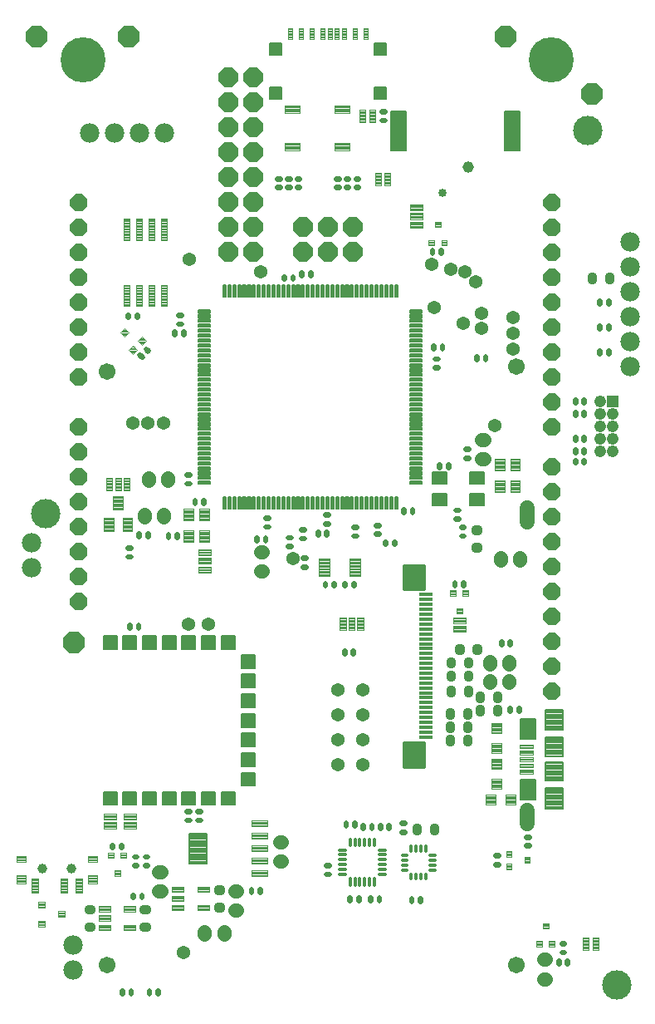
<source format=gbs>
G75*
G70*
%OFA0B0*%
%FSLAX24Y24*%
%IPPOS*%
%LPD*%
%AMOC8*
5,1,8,0,0,1.08239X$1,22.5*
%
%ADD10C,0.0059*%
%ADD11C,0.0051*%
%ADD12C,0.0054*%
%ADD13C,0.0044*%
%ADD14C,0.1181*%
%ADD15C,0.0780*%
%ADD16C,0.0067*%
%ADD17C,0.0540*%
%ADD18C,0.0047*%
%ADD19C,0.0216*%
%ADD20OC8,0.0890*%
%ADD21C,0.0138*%
%ADD22C,0.0049*%
%ADD23C,0.0079*%
%ADD24C,0.0552*%
%ADD25C,0.0046*%
%ADD26C,0.0046*%
%ADD27C,0.0047*%
%ADD28R,0.0476X0.0476*%
%ADD29C,0.0476*%
%ADD30C,0.0043*%
%ADD31C,0.0048*%
%ADD32OC8,0.0700*%
%ADD33OC8,0.0780*%
%ADD34C,0.0335*%
%ADD35C,0.0453*%
%ADD36C,0.0315*%
%ADD37C,0.0077*%
%ADD38C,0.0113*%
%ADD39C,0.0047*%
%ADD40C,0.0047*%
%ADD41C,0.0046*%
%ADD42C,0.0394*%
%ADD43C,0.1812*%
%ADD44C,0.0670*%
%ADD45C,0.0594*%
%ADD46C,0.0095*%
%ADD47R,0.0571X0.0138*%
D10*
X006019Y008706D02*
X006019Y009238D01*
X006551Y009238D01*
X006551Y008706D01*
X006019Y008706D01*
X006019Y008764D02*
X006551Y008764D01*
X006551Y008822D02*
X006019Y008822D01*
X006019Y008880D02*
X006551Y008880D01*
X006551Y008938D02*
X006019Y008938D01*
X006019Y008996D02*
X006551Y008996D01*
X006551Y009054D02*
X006019Y009054D01*
X006019Y009112D02*
X006551Y009112D01*
X006551Y009170D02*
X006019Y009170D01*
X006019Y009228D02*
X006551Y009228D01*
X006806Y009238D02*
X006806Y008706D01*
X006806Y009238D02*
X007338Y009238D01*
X007338Y008706D01*
X006806Y008706D01*
X006806Y008764D02*
X007338Y008764D01*
X007338Y008822D02*
X006806Y008822D01*
X006806Y008880D02*
X007338Y008880D01*
X007338Y008938D02*
X006806Y008938D01*
X006806Y008996D02*
X007338Y008996D01*
X007338Y009054D02*
X006806Y009054D01*
X006806Y009112D02*
X007338Y009112D01*
X007338Y009170D02*
X006806Y009170D01*
X006806Y009228D02*
X007338Y009228D01*
X007593Y009238D02*
X007593Y008706D01*
X007593Y009238D02*
X008125Y009238D01*
X008125Y008706D01*
X007593Y008706D01*
X007593Y008764D02*
X008125Y008764D01*
X008125Y008822D02*
X007593Y008822D01*
X007593Y008880D02*
X008125Y008880D01*
X008125Y008938D02*
X007593Y008938D01*
X007593Y008996D02*
X008125Y008996D01*
X008125Y009054D02*
X007593Y009054D01*
X007593Y009112D02*
X008125Y009112D01*
X008125Y009170D02*
X007593Y009170D01*
X007593Y009228D02*
X008125Y009228D01*
X008381Y009238D02*
X008381Y008706D01*
X008381Y009238D02*
X008913Y009238D01*
X008913Y008706D01*
X008381Y008706D01*
X008381Y008764D02*
X008913Y008764D01*
X008913Y008822D02*
X008381Y008822D01*
X008381Y008880D02*
X008913Y008880D01*
X008913Y008938D02*
X008381Y008938D01*
X008381Y008996D02*
X008913Y008996D01*
X008913Y009054D02*
X008381Y009054D01*
X008381Y009112D02*
X008913Y009112D01*
X008913Y009170D02*
X008381Y009170D01*
X008381Y009228D02*
X008913Y009228D01*
X009168Y009238D02*
X009168Y008706D01*
X009168Y009238D02*
X009700Y009238D01*
X009700Y008706D01*
X009168Y008706D01*
X009168Y008764D02*
X009700Y008764D01*
X009700Y008822D02*
X009168Y008822D01*
X009168Y008880D02*
X009700Y008880D01*
X009700Y008938D02*
X009168Y008938D01*
X009168Y008996D02*
X009700Y008996D01*
X009700Y009054D02*
X009168Y009054D01*
X009168Y009112D02*
X009700Y009112D01*
X009700Y009170D02*
X009168Y009170D01*
X009168Y009228D02*
X009700Y009228D01*
X009956Y009238D02*
X009956Y008706D01*
X009956Y009238D02*
X010488Y009238D01*
X010488Y008706D01*
X009956Y008706D01*
X009956Y008764D02*
X010488Y008764D01*
X010488Y008822D02*
X009956Y008822D01*
X009956Y008880D02*
X010488Y008880D01*
X010488Y008938D02*
X009956Y008938D01*
X009956Y008996D02*
X010488Y008996D01*
X010488Y009054D02*
X009956Y009054D01*
X009956Y009112D02*
X010488Y009112D01*
X010488Y009170D02*
X009956Y009170D01*
X009956Y009228D02*
X010488Y009228D01*
X010743Y009238D02*
X010743Y008706D01*
X010743Y009238D02*
X011275Y009238D01*
X011275Y008706D01*
X010743Y008706D01*
X010743Y008764D02*
X011275Y008764D01*
X011275Y008822D02*
X010743Y008822D01*
X010743Y008880D02*
X011275Y008880D01*
X011275Y008938D02*
X010743Y008938D01*
X010743Y008996D02*
X011275Y008996D01*
X011275Y009054D02*
X010743Y009054D01*
X010743Y009112D02*
X011275Y009112D01*
X011275Y009170D02*
X010743Y009170D01*
X010743Y009228D02*
X011275Y009228D01*
X011570Y010005D02*
X012102Y010005D01*
X012102Y009473D01*
X011570Y009473D01*
X011570Y010005D01*
X011570Y009531D02*
X012102Y009531D01*
X012102Y009589D02*
X011570Y009589D01*
X011570Y009647D02*
X012102Y009647D01*
X012102Y009705D02*
X011570Y009705D01*
X011570Y009763D02*
X012102Y009763D01*
X012102Y009821D02*
X011570Y009821D01*
X011570Y009879D02*
X012102Y009879D01*
X012102Y009937D02*
X011570Y009937D01*
X011570Y009995D02*
X012102Y009995D01*
X012102Y010793D02*
X011570Y010793D01*
X012102Y010793D02*
X012102Y010261D01*
X011570Y010261D01*
X011570Y010793D01*
X011570Y010319D02*
X012102Y010319D01*
X012102Y010377D02*
X011570Y010377D01*
X011570Y010435D02*
X012102Y010435D01*
X012102Y010493D02*
X011570Y010493D01*
X011570Y010551D02*
X012102Y010551D01*
X012102Y010609D02*
X011570Y010609D01*
X011570Y010667D02*
X012102Y010667D01*
X012102Y010725D02*
X011570Y010725D01*
X011570Y010783D02*
X012102Y010783D01*
X012102Y011580D02*
X011570Y011580D01*
X012102Y011580D02*
X012102Y011048D01*
X011570Y011048D01*
X011570Y011580D01*
X011570Y011106D02*
X012102Y011106D01*
X012102Y011164D02*
X011570Y011164D01*
X011570Y011222D02*
X012102Y011222D01*
X012102Y011280D02*
X011570Y011280D01*
X011570Y011338D02*
X012102Y011338D01*
X012102Y011396D02*
X011570Y011396D01*
X011570Y011454D02*
X012102Y011454D01*
X012102Y011512D02*
X011570Y011512D01*
X011570Y011570D02*
X012102Y011570D01*
X012102Y012367D02*
X011570Y012367D01*
X012102Y012367D02*
X012102Y011835D01*
X011570Y011835D01*
X011570Y012367D01*
X011570Y011893D02*
X012102Y011893D01*
X012102Y011951D02*
X011570Y011951D01*
X011570Y012009D02*
X012102Y012009D01*
X012102Y012067D02*
X011570Y012067D01*
X011570Y012125D02*
X012102Y012125D01*
X012102Y012183D02*
X011570Y012183D01*
X011570Y012241D02*
X012102Y012241D01*
X012102Y012299D02*
X011570Y012299D01*
X011570Y012357D02*
X012102Y012357D01*
X012102Y013155D02*
X011570Y013155D01*
X012102Y013155D02*
X012102Y012623D01*
X011570Y012623D01*
X011570Y013155D01*
X011570Y012681D02*
X012102Y012681D01*
X012102Y012739D02*
X011570Y012739D01*
X011570Y012797D02*
X012102Y012797D01*
X012102Y012855D02*
X011570Y012855D01*
X011570Y012913D02*
X012102Y012913D01*
X012102Y012971D02*
X011570Y012971D01*
X011570Y013029D02*
X012102Y013029D01*
X012102Y013087D02*
X011570Y013087D01*
X011570Y013145D02*
X012102Y013145D01*
X012102Y013942D02*
X011570Y013942D01*
X012102Y013942D02*
X012102Y013410D01*
X011570Y013410D01*
X011570Y013942D01*
X011570Y013468D02*
X012102Y013468D01*
X012102Y013526D02*
X011570Y013526D01*
X011570Y013584D02*
X012102Y013584D01*
X012102Y013642D02*
X011570Y013642D01*
X011570Y013700D02*
X012102Y013700D01*
X012102Y013758D02*
X011570Y013758D01*
X011570Y013816D02*
X012102Y013816D01*
X012102Y013874D02*
X011570Y013874D01*
X011570Y013932D02*
X012102Y013932D01*
X012102Y014730D02*
X011570Y014730D01*
X012102Y014730D02*
X012102Y014198D01*
X011570Y014198D01*
X011570Y014730D01*
X011570Y014256D02*
X012102Y014256D01*
X012102Y014314D02*
X011570Y014314D01*
X011570Y014372D02*
X012102Y014372D01*
X012102Y014430D02*
X011570Y014430D01*
X011570Y014488D02*
X012102Y014488D01*
X012102Y014546D02*
X011570Y014546D01*
X011570Y014604D02*
X012102Y014604D01*
X012102Y014662D02*
X011570Y014662D01*
X011570Y014720D02*
X012102Y014720D01*
X010743Y014965D02*
X010743Y015497D01*
X011275Y015497D01*
X011275Y014965D01*
X010743Y014965D01*
X010743Y015023D02*
X011275Y015023D01*
X011275Y015081D02*
X010743Y015081D01*
X010743Y015139D02*
X011275Y015139D01*
X011275Y015197D02*
X010743Y015197D01*
X010743Y015255D02*
X011275Y015255D01*
X011275Y015313D02*
X010743Y015313D01*
X010743Y015371D02*
X011275Y015371D01*
X011275Y015429D02*
X010743Y015429D01*
X010743Y015487D02*
X011275Y015487D01*
X009956Y015497D02*
X009956Y014965D01*
X009956Y015497D02*
X010488Y015497D01*
X010488Y014965D01*
X009956Y014965D01*
X009956Y015023D02*
X010488Y015023D01*
X010488Y015081D02*
X009956Y015081D01*
X009956Y015139D02*
X010488Y015139D01*
X010488Y015197D02*
X009956Y015197D01*
X009956Y015255D02*
X010488Y015255D01*
X010488Y015313D02*
X009956Y015313D01*
X009956Y015371D02*
X010488Y015371D01*
X010488Y015429D02*
X009956Y015429D01*
X009956Y015487D02*
X010488Y015487D01*
X009168Y015497D02*
X009168Y014965D01*
X009168Y015497D02*
X009700Y015497D01*
X009700Y014965D01*
X009168Y014965D01*
X009168Y015023D02*
X009700Y015023D01*
X009700Y015081D02*
X009168Y015081D01*
X009168Y015139D02*
X009700Y015139D01*
X009700Y015197D02*
X009168Y015197D01*
X009168Y015255D02*
X009700Y015255D01*
X009700Y015313D02*
X009168Y015313D01*
X009168Y015371D02*
X009700Y015371D01*
X009700Y015429D02*
X009168Y015429D01*
X009168Y015487D02*
X009700Y015487D01*
X008381Y015497D02*
X008381Y014965D01*
X008381Y015497D02*
X008913Y015497D01*
X008913Y014965D01*
X008381Y014965D01*
X008381Y015023D02*
X008913Y015023D01*
X008913Y015081D02*
X008381Y015081D01*
X008381Y015139D02*
X008913Y015139D01*
X008913Y015197D02*
X008381Y015197D01*
X008381Y015255D02*
X008913Y015255D01*
X008913Y015313D02*
X008381Y015313D01*
X008381Y015371D02*
X008913Y015371D01*
X008913Y015429D02*
X008381Y015429D01*
X008381Y015487D02*
X008913Y015487D01*
X007593Y015497D02*
X007593Y014965D01*
X007593Y015497D02*
X008125Y015497D01*
X008125Y014965D01*
X007593Y014965D01*
X007593Y015023D02*
X008125Y015023D01*
X008125Y015081D02*
X007593Y015081D01*
X007593Y015139D02*
X008125Y015139D01*
X008125Y015197D02*
X007593Y015197D01*
X007593Y015255D02*
X008125Y015255D01*
X008125Y015313D02*
X007593Y015313D01*
X007593Y015371D02*
X008125Y015371D01*
X008125Y015429D02*
X007593Y015429D01*
X007593Y015487D02*
X008125Y015487D01*
X006806Y015497D02*
X006806Y014965D01*
X006806Y015497D02*
X007338Y015497D01*
X007338Y014965D01*
X006806Y014965D01*
X006806Y015023D02*
X007338Y015023D01*
X007338Y015081D02*
X006806Y015081D01*
X006806Y015139D02*
X007338Y015139D01*
X007338Y015197D02*
X006806Y015197D01*
X006806Y015255D02*
X007338Y015255D01*
X007338Y015313D02*
X006806Y015313D01*
X006806Y015371D02*
X007338Y015371D01*
X007338Y015429D02*
X006806Y015429D01*
X006806Y015487D02*
X007338Y015487D01*
X006019Y015497D02*
X006019Y014965D01*
X006019Y015497D02*
X006551Y015497D01*
X006551Y014965D01*
X006019Y014965D01*
X006019Y015023D02*
X006551Y015023D01*
X006551Y015081D02*
X006019Y015081D01*
X006019Y015139D02*
X006551Y015139D01*
X006551Y015197D02*
X006019Y015197D01*
X006019Y015255D02*
X006551Y015255D01*
X006551Y015313D02*
X006019Y015313D01*
X006019Y015371D02*
X006551Y015371D01*
X006551Y015429D02*
X006019Y015429D01*
X006019Y015487D02*
X006551Y015487D01*
D11*
X019223Y021191D02*
X019803Y021191D01*
X019803Y020729D01*
X019223Y020729D01*
X019223Y021191D01*
X019223Y020779D02*
X019803Y020779D01*
X019803Y020829D02*
X019223Y020829D01*
X019223Y020879D02*
X019803Y020879D01*
X019803Y020929D02*
X019223Y020929D01*
X019223Y020979D02*
X019803Y020979D01*
X019803Y021029D02*
X019223Y021029D01*
X019223Y021079D02*
X019803Y021079D01*
X019803Y021129D02*
X019223Y021129D01*
X019223Y021179D02*
X019803Y021179D01*
X019803Y022057D02*
X019223Y022057D01*
X019803Y022057D02*
X019803Y021595D01*
X019223Y021595D01*
X019223Y022057D01*
X019223Y021645D02*
X019803Y021645D01*
X019803Y021695D02*
X019223Y021695D01*
X019223Y021745D02*
X019803Y021745D01*
X019803Y021795D02*
X019223Y021795D01*
X019223Y021845D02*
X019803Y021845D01*
X019803Y021895D02*
X019223Y021895D01*
X019223Y021945D02*
X019803Y021945D01*
X019803Y021995D02*
X019223Y021995D01*
X019223Y022045D02*
X019803Y022045D01*
X020719Y022057D02*
X021299Y022057D01*
X021299Y021595D01*
X020719Y021595D01*
X020719Y022057D01*
X020719Y021645D02*
X021299Y021645D01*
X021299Y021695D02*
X020719Y021695D01*
X020719Y021745D02*
X021299Y021745D01*
X021299Y021795D02*
X020719Y021795D01*
X020719Y021845D02*
X021299Y021845D01*
X021299Y021895D02*
X020719Y021895D01*
X020719Y021945D02*
X021299Y021945D01*
X021299Y021995D02*
X020719Y021995D01*
X020719Y022045D02*
X021299Y022045D01*
X021299Y021191D02*
X020719Y021191D01*
X021299Y021191D02*
X021299Y020729D01*
X020719Y020729D01*
X020719Y021191D01*
X020719Y020779D02*
X021299Y020779D01*
X021299Y020829D02*
X020719Y020829D01*
X020719Y020879D02*
X021299Y020879D01*
X021299Y020929D02*
X020719Y020929D01*
X020719Y020979D02*
X021299Y020979D01*
X021299Y021029D02*
X020719Y021029D01*
X020719Y021079D02*
X021299Y021079D01*
X021299Y021129D02*
X020719Y021129D01*
X020719Y021179D02*
X021299Y021179D01*
X017362Y037038D02*
X016880Y037038D01*
X016880Y037500D01*
X017362Y037500D01*
X017362Y037038D01*
X017362Y037088D02*
X016880Y037088D01*
X016880Y037138D02*
X017362Y037138D01*
X017362Y037188D02*
X016880Y037188D01*
X016880Y037238D02*
X017362Y037238D01*
X017362Y037288D02*
X016880Y037288D01*
X016880Y037338D02*
X017362Y037338D01*
X017362Y037388D02*
X016880Y037388D01*
X016880Y037438D02*
X017362Y037438D01*
X017362Y037488D02*
X016880Y037488D01*
X016880Y038790D02*
X017362Y038790D01*
X016880Y038790D02*
X016880Y039252D01*
X017362Y039252D01*
X017362Y038790D01*
X017362Y038840D02*
X016880Y038840D01*
X016880Y038890D02*
X017362Y038890D01*
X017362Y038940D02*
X016880Y038940D01*
X016880Y038990D02*
X017362Y038990D01*
X017362Y039040D02*
X016880Y039040D01*
X016880Y039090D02*
X017362Y039090D01*
X017362Y039140D02*
X016880Y039140D01*
X016880Y039190D02*
X017362Y039190D01*
X017362Y039240D02*
X016880Y039240D01*
X013169Y038790D02*
X012687Y038790D01*
X012687Y039252D01*
X013169Y039252D01*
X013169Y038790D01*
X013169Y038840D02*
X012687Y038840D01*
X012687Y038890D02*
X013169Y038890D01*
X013169Y038940D02*
X012687Y038940D01*
X012687Y038990D02*
X013169Y038990D01*
X013169Y039040D02*
X012687Y039040D01*
X012687Y039090D02*
X013169Y039090D01*
X013169Y039140D02*
X012687Y039140D01*
X012687Y039190D02*
X013169Y039190D01*
X013169Y039240D02*
X012687Y039240D01*
X012687Y037038D02*
X013169Y037038D01*
X012687Y037038D02*
X012687Y037500D01*
X013169Y037500D01*
X013169Y037038D01*
X013169Y037088D02*
X012687Y037088D01*
X012687Y037138D02*
X013169Y037138D01*
X013169Y037188D02*
X012687Y037188D01*
X012687Y037238D02*
X013169Y037238D01*
X013169Y037288D02*
X012687Y037288D01*
X012687Y037338D02*
X013169Y037338D01*
X013169Y037388D02*
X012687Y037388D01*
X012687Y037438D02*
X013169Y037438D01*
X013169Y037488D02*
X012687Y037488D01*
D12*
X012591Y029555D02*
X012591Y029097D01*
X012591Y029555D02*
X012695Y029555D01*
X012695Y029097D01*
X012591Y029097D01*
X012591Y029150D02*
X012695Y029150D01*
X012695Y029203D02*
X012591Y029203D01*
X012591Y029256D02*
X012695Y029256D01*
X012695Y029309D02*
X012591Y029309D01*
X012591Y029362D02*
X012695Y029362D01*
X012695Y029415D02*
X012591Y029415D01*
X012591Y029468D02*
X012695Y029468D01*
X012695Y029521D02*
X012591Y029521D01*
X012394Y029555D02*
X012394Y029097D01*
X012394Y029555D02*
X012498Y029555D01*
X012498Y029097D01*
X012394Y029097D01*
X012394Y029150D02*
X012498Y029150D01*
X012498Y029203D02*
X012394Y029203D01*
X012394Y029256D02*
X012498Y029256D01*
X012498Y029309D02*
X012394Y029309D01*
X012394Y029362D02*
X012498Y029362D01*
X012498Y029415D02*
X012394Y029415D01*
X012394Y029468D02*
X012498Y029468D01*
X012498Y029521D02*
X012394Y029521D01*
X012197Y029555D02*
X012197Y029097D01*
X012197Y029555D02*
X012301Y029555D01*
X012301Y029097D01*
X012197Y029097D01*
X012197Y029150D02*
X012301Y029150D01*
X012301Y029203D02*
X012197Y029203D01*
X012197Y029256D02*
X012301Y029256D01*
X012301Y029309D02*
X012197Y029309D01*
X012197Y029362D02*
X012301Y029362D01*
X012301Y029415D02*
X012197Y029415D01*
X012197Y029468D02*
X012301Y029468D01*
X012301Y029521D02*
X012197Y029521D01*
X012000Y029555D02*
X012000Y029097D01*
X012000Y029555D02*
X012104Y029555D01*
X012104Y029097D01*
X012000Y029097D01*
X012000Y029150D02*
X012104Y029150D01*
X012104Y029203D02*
X012000Y029203D01*
X012000Y029256D02*
X012104Y029256D01*
X012104Y029309D02*
X012000Y029309D01*
X012000Y029362D02*
X012104Y029362D01*
X012104Y029415D02*
X012000Y029415D01*
X012000Y029468D02*
X012104Y029468D01*
X012104Y029521D02*
X012000Y029521D01*
X011804Y029555D02*
X011804Y029097D01*
X011804Y029555D02*
X011908Y029555D01*
X011908Y029097D01*
X011804Y029097D01*
X011804Y029150D02*
X011908Y029150D01*
X011908Y029203D02*
X011804Y029203D01*
X011804Y029256D02*
X011908Y029256D01*
X011908Y029309D02*
X011804Y029309D01*
X011804Y029362D02*
X011908Y029362D01*
X011908Y029415D02*
X011804Y029415D01*
X011804Y029468D02*
X011908Y029468D01*
X011908Y029521D02*
X011804Y029521D01*
X011607Y029555D02*
X011607Y029097D01*
X011607Y029555D02*
X011711Y029555D01*
X011711Y029097D01*
X011607Y029097D01*
X011607Y029150D02*
X011711Y029150D01*
X011711Y029203D02*
X011607Y029203D01*
X011607Y029256D02*
X011711Y029256D01*
X011711Y029309D02*
X011607Y029309D01*
X011607Y029362D02*
X011711Y029362D01*
X011711Y029415D02*
X011607Y029415D01*
X011607Y029468D02*
X011711Y029468D01*
X011711Y029521D02*
X011607Y029521D01*
X011410Y029555D02*
X011410Y029097D01*
X011410Y029555D02*
X011514Y029555D01*
X011514Y029097D01*
X011410Y029097D01*
X011410Y029150D02*
X011514Y029150D01*
X011514Y029203D02*
X011410Y029203D01*
X011410Y029256D02*
X011514Y029256D01*
X011514Y029309D02*
X011410Y029309D01*
X011410Y029362D02*
X011514Y029362D01*
X011514Y029415D02*
X011410Y029415D01*
X011410Y029468D02*
X011514Y029468D01*
X011514Y029521D02*
X011410Y029521D01*
X011213Y029555D02*
X011213Y029097D01*
X011213Y029555D02*
X011317Y029555D01*
X011317Y029097D01*
X011213Y029097D01*
X011213Y029150D02*
X011317Y029150D01*
X011317Y029203D02*
X011213Y029203D01*
X011213Y029256D02*
X011317Y029256D01*
X011317Y029309D02*
X011213Y029309D01*
X011213Y029362D02*
X011317Y029362D01*
X011317Y029415D02*
X011213Y029415D01*
X011213Y029468D02*
X011317Y029468D01*
X011317Y029521D02*
X011213Y029521D01*
X011016Y029555D02*
X011016Y029097D01*
X011016Y029555D02*
X011120Y029555D01*
X011120Y029097D01*
X011016Y029097D01*
X011016Y029150D02*
X011120Y029150D01*
X011120Y029203D02*
X011016Y029203D01*
X011016Y029256D02*
X011120Y029256D01*
X011120Y029309D02*
X011016Y029309D01*
X011016Y029362D02*
X011120Y029362D01*
X011120Y029415D02*
X011016Y029415D01*
X011016Y029468D02*
X011120Y029468D01*
X011120Y029521D02*
X011016Y029521D01*
X010819Y029555D02*
X010819Y029097D01*
X010819Y029555D02*
X010923Y029555D01*
X010923Y029097D01*
X010819Y029097D01*
X010819Y029150D02*
X010923Y029150D01*
X010923Y029203D02*
X010819Y029203D01*
X010819Y029256D02*
X010923Y029256D01*
X010923Y029309D02*
X010819Y029309D01*
X010819Y029362D02*
X010923Y029362D01*
X010923Y029415D02*
X010819Y029415D01*
X010819Y029468D02*
X010923Y029468D01*
X010923Y029521D02*
X010819Y029521D01*
X009835Y028571D02*
X009835Y028467D01*
X009835Y028571D02*
X010293Y028571D01*
X010293Y028467D01*
X009835Y028467D01*
X009835Y028520D02*
X010293Y028520D01*
X009835Y028374D02*
X009835Y028270D01*
X009835Y028374D02*
X010293Y028374D01*
X010293Y028270D01*
X009835Y028270D01*
X009835Y028323D02*
X010293Y028323D01*
X009835Y028177D02*
X009835Y028073D01*
X009835Y028177D02*
X010293Y028177D01*
X010293Y028073D01*
X009835Y028073D01*
X009835Y028126D02*
X010293Y028126D01*
X009835Y027980D02*
X009835Y027876D01*
X009835Y027980D02*
X010293Y027980D01*
X010293Y027876D01*
X009835Y027876D01*
X009835Y027929D02*
X010293Y027929D01*
X009835Y027783D02*
X009835Y027679D01*
X009835Y027783D02*
X010293Y027783D01*
X010293Y027679D01*
X009835Y027679D01*
X009835Y027732D02*
X010293Y027732D01*
X009835Y027587D02*
X009835Y027483D01*
X009835Y027587D02*
X010293Y027587D01*
X010293Y027483D01*
X009835Y027483D01*
X009835Y027536D02*
X010293Y027536D01*
X009835Y027390D02*
X009835Y027286D01*
X009835Y027390D02*
X010293Y027390D01*
X010293Y027286D01*
X009835Y027286D01*
X009835Y027339D02*
X010293Y027339D01*
X009835Y027193D02*
X009835Y027089D01*
X009835Y027193D02*
X010293Y027193D01*
X010293Y027089D01*
X009835Y027089D01*
X009835Y027142D02*
X010293Y027142D01*
X009835Y026996D02*
X009835Y026892D01*
X009835Y026996D02*
X010293Y026996D01*
X010293Y026892D01*
X009835Y026892D01*
X009835Y026945D02*
X010293Y026945D01*
X009835Y026799D02*
X009835Y026695D01*
X009835Y026799D02*
X010293Y026799D01*
X010293Y026695D01*
X009835Y026695D01*
X009835Y026748D02*
X010293Y026748D01*
X009835Y026602D02*
X009835Y026498D01*
X009835Y026602D02*
X010293Y026602D01*
X010293Y026498D01*
X009835Y026498D01*
X009835Y026551D02*
X010293Y026551D01*
X009835Y026405D02*
X009835Y026301D01*
X009835Y026405D02*
X010293Y026405D01*
X010293Y026301D01*
X009835Y026301D01*
X009835Y026354D02*
X010293Y026354D01*
X009835Y026209D02*
X009835Y026105D01*
X009835Y026209D02*
X010293Y026209D01*
X010293Y026105D01*
X009835Y026105D01*
X009835Y026158D02*
X010293Y026158D01*
X009835Y026012D02*
X009835Y025908D01*
X009835Y026012D02*
X010293Y026012D01*
X010293Y025908D01*
X009835Y025908D01*
X009835Y025961D02*
X010293Y025961D01*
X009835Y025815D02*
X009835Y025711D01*
X009835Y025815D02*
X010293Y025815D01*
X010293Y025711D01*
X009835Y025711D01*
X009835Y025764D02*
X010293Y025764D01*
X009835Y025618D02*
X009835Y025514D01*
X009835Y025618D02*
X010293Y025618D01*
X010293Y025514D01*
X009835Y025514D01*
X009835Y025567D02*
X010293Y025567D01*
X009835Y025421D02*
X009835Y025317D01*
X009835Y025421D02*
X010293Y025421D01*
X010293Y025317D01*
X009835Y025317D01*
X009835Y025370D02*
X010293Y025370D01*
X009835Y025224D02*
X009835Y025120D01*
X009835Y025224D02*
X010293Y025224D01*
X010293Y025120D01*
X009835Y025120D01*
X009835Y025173D02*
X010293Y025173D01*
X009835Y025028D02*
X009835Y024924D01*
X009835Y025028D02*
X010293Y025028D01*
X010293Y024924D01*
X009835Y024924D01*
X009835Y024977D02*
X010293Y024977D01*
X009835Y024831D02*
X009835Y024727D01*
X009835Y024831D02*
X010293Y024831D01*
X010293Y024727D01*
X009835Y024727D01*
X009835Y024780D02*
X010293Y024780D01*
X009835Y024634D02*
X009835Y024530D01*
X009835Y024634D02*
X010293Y024634D01*
X010293Y024530D01*
X009835Y024530D01*
X009835Y024583D02*
X010293Y024583D01*
X009835Y024437D02*
X009835Y024333D01*
X009835Y024437D02*
X010293Y024437D01*
X010293Y024333D01*
X009835Y024333D01*
X009835Y024386D02*
X010293Y024386D01*
X009835Y024240D02*
X009835Y024136D01*
X009835Y024240D02*
X010293Y024240D01*
X010293Y024136D01*
X009835Y024136D01*
X009835Y024189D02*
X010293Y024189D01*
X009835Y024043D02*
X009835Y023939D01*
X009835Y024043D02*
X010293Y024043D01*
X010293Y023939D01*
X009835Y023939D01*
X009835Y023992D02*
X010293Y023992D01*
X009835Y023846D02*
X009835Y023742D01*
X009835Y023846D02*
X010293Y023846D01*
X010293Y023742D01*
X009835Y023742D01*
X009835Y023795D02*
X010293Y023795D01*
X009835Y023650D02*
X009835Y023546D01*
X009835Y023650D02*
X010293Y023650D01*
X010293Y023546D01*
X009835Y023546D01*
X009835Y023599D02*
X010293Y023599D01*
X009835Y023453D02*
X009835Y023349D01*
X009835Y023453D02*
X010293Y023453D01*
X010293Y023349D01*
X009835Y023349D01*
X009835Y023402D02*
X010293Y023402D01*
X009835Y023256D02*
X009835Y023152D01*
X009835Y023256D02*
X010293Y023256D01*
X010293Y023152D01*
X009835Y023152D01*
X009835Y023205D02*
X010293Y023205D01*
X009835Y023059D02*
X009835Y022955D01*
X009835Y023059D02*
X010293Y023059D01*
X010293Y022955D01*
X009835Y022955D01*
X009835Y023008D02*
X010293Y023008D01*
X009835Y022862D02*
X009835Y022758D01*
X009835Y022862D02*
X010293Y022862D01*
X010293Y022758D01*
X009835Y022758D01*
X009835Y022811D02*
X010293Y022811D01*
X009835Y022665D02*
X009835Y022561D01*
X009835Y022665D02*
X010293Y022665D01*
X010293Y022561D01*
X009835Y022561D01*
X009835Y022614D02*
X010293Y022614D01*
X009835Y022468D02*
X009835Y022364D01*
X009835Y022468D02*
X010293Y022468D01*
X010293Y022364D01*
X009835Y022364D01*
X009835Y022417D02*
X010293Y022417D01*
X009835Y022272D02*
X009835Y022168D01*
X009835Y022272D02*
X010293Y022272D01*
X010293Y022168D01*
X009835Y022168D01*
X009835Y022221D02*
X010293Y022221D01*
X009835Y022075D02*
X009835Y021971D01*
X009835Y022075D02*
X010293Y022075D01*
X010293Y021971D01*
X009835Y021971D01*
X009835Y022024D02*
X010293Y022024D01*
X009835Y021878D02*
X009835Y021774D01*
X009835Y021878D02*
X010293Y021878D01*
X010293Y021774D01*
X009835Y021774D01*
X009835Y021827D02*
X010293Y021827D01*
X009835Y021681D02*
X009835Y021577D01*
X009835Y021681D02*
X010293Y021681D01*
X010293Y021577D01*
X009835Y021577D01*
X009835Y021630D02*
X010293Y021630D01*
X010819Y021051D02*
X010819Y020593D01*
X010819Y021051D02*
X010923Y021051D01*
X010923Y020593D01*
X010819Y020593D01*
X010819Y020646D02*
X010923Y020646D01*
X010923Y020699D02*
X010819Y020699D01*
X010819Y020752D02*
X010923Y020752D01*
X010923Y020805D02*
X010819Y020805D01*
X010819Y020858D02*
X010923Y020858D01*
X010923Y020911D02*
X010819Y020911D01*
X010819Y020964D02*
X010923Y020964D01*
X010923Y021017D02*
X010819Y021017D01*
X011016Y021051D02*
X011016Y020593D01*
X011016Y021051D02*
X011120Y021051D01*
X011120Y020593D01*
X011016Y020593D01*
X011016Y020646D02*
X011120Y020646D01*
X011120Y020699D02*
X011016Y020699D01*
X011016Y020752D02*
X011120Y020752D01*
X011120Y020805D02*
X011016Y020805D01*
X011016Y020858D02*
X011120Y020858D01*
X011120Y020911D02*
X011016Y020911D01*
X011016Y020964D02*
X011120Y020964D01*
X011120Y021017D02*
X011016Y021017D01*
X011213Y021051D02*
X011213Y020593D01*
X011213Y021051D02*
X011317Y021051D01*
X011317Y020593D01*
X011213Y020593D01*
X011213Y020646D02*
X011317Y020646D01*
X011317Y020699D02*
X011213Y020699D01*
X011213Y020752D02*
X011317Y020752D01*
X011317Y020805D02*
X011213Y020805D01*
X011213Y020858D02*
X011317Y020858D01*
X011317Y020911D02*
X011213Y020911D01*
X011213Y020964D02*
X011317Y020964D01*
X011317Y021017D02*
X011213Y021017D01*
X011410Y021051D02*
X011410Y020593D01*
X011410Y021051D02*
X011514Y021051D01*
X011514Y020593D01*
X011410Y020593D01*
X011410Y020646D02*
X011514Y020646D01*
X011514Y020699D02*
X011410Y020699D01*
X011410Y020752D02*
X011514Y020752D01*
X011514Y020805D02*
X011410Y020805D01*
X011410Y020858D02*
X011514Y020858D01*
X011514Y020911D02*
X011410Y020911D01*
X011410Y020964D02*
X011514Y020964D01*
X011514Y021017D02*
X011410Y021017D01*
X011607Y021051D02*
X011607Y020593D01*
X011607Y021051D02*
X011711Y021051D01*
X011711Y020593D01*
X011607Y020593D01*
X011607Y020646D02*
X011711Y020646D01*
X011711Y020699D02*
X011607Y020699D01*
X011607Y020752D02*
X011711Y020752D01*
X011711Y020805D02*
X011607Y020805D01*
X011607Y020858D02*
X011711Y020858D01*
X011711Y020911D02*
X011607Y020911D01*
X011607Y020964D02*
X011711Y020964D01*
X011711Y021017D02*
X011607Y021017D01*
X011804Y021051D02*
X011804Y020593D01*
X011804Y021051D02*
X011908Y021051D01*
X011908Y020593D01*
X011804Y020593D01*
X011804Y020646D02*
X011908Y020646D01*
X011908Y020699D02*
X011804Y020699D01*
X011804Y020752D02*
X011908Y020752D01*
X011908Y020805D02*
X011804Y020805D01*
X011804Y020858D02*
X011908Y020858D01*
X011908Y020911D02*
X011804Y020911D01*
X011804Y020964D02*
X011908Y020964D01*
X011908Y021017D02*
X011804Y021017D01*
X012000Y021051D02*
X012000Y020593D01*
X012000Y021051D02*
X012104Y021051D01*
X012104Y020593D01*
X012000Y020593D01*
X012000Y020646D02*
X012104Y020646D01*
X012104Y020699D02*
X012000Y020699D01*
X012000Y020752D02*
X012104Y020752D01*
X012104Y020805D02*
X012000Y020805D01*
X012000Y020858D02*
X012104Y020858D01*
X012104Y020911D02*
X012000Y020911D01*
X012000Y020964D02*
X012104Y020964D01*
X012104Y021017D02*
X012000Y021017D01*
X012197Y021051D02*
X012197Y020593D01*
X012197Y021051D02*
X012301Y021051D01*
X012301Y020593D01*
X012197Y020593D01*
X012197Y020646D02*
X012301Y020646D01*
X012301Y020699D02*
X012197Y020699D01*
X012197Y020752D02*
X012301Y020752D01*
X012301Y020805D02*
X012197Y020805D01*
X012197Y020858D02*
X012301Y020858D01*
X012301Y020911D02*
X012197Y020911D01*
X012197Y020964D02*
X012301Y020964D01*
X012301Y021017D02*
X012197Y021017D01*
X012394Y021051D02*
X012394Y020593D01*
X012394Y021051D02*
X012498Y021051D01*
X012498Y020593D01*
X012394Y020593D01*
X012394Y020646D02*
X012498Y020646D01*
X012498Y020699D02*
X012394Y020699D01*
X012394Y020752D02*
X012498Y020752D01*
X012498Y020805D02*
X012394Y020805D01*
X012394Y020858D02*
X012498Y020858D01*
X012498Y020911D02*
X012394Y020911D01*
X012394Y020964D02*
X012498Y020964D01*
X012498Y021017D02*
X012394Y021017D01*
X012591Y021051D02*
X012591Y020593D01*
X012591Y021051D02*
X012695Y021051D01*
X012695Y020593D01*
X012591Y020593D01*
X012591Y020646D02*
X012695Y020646D01*
X012695Y020699D02*
X012591Y020699D01*
X012591Y020752D02*
X012695Y020752D01*
X012695Y020805D02*
X012591Y020805D01*
X012591Y020858D02*
X012695Y020858D01*
X012695Y020911D02*
X012591Y020911D01*
X012591Y020964D02*
X012695Y020964D01*
X012695Y021017D02*
X012591Y021017D01*
X012788Y021051D02*
X012788Y020593D01*
X012788Y021051D02*
X012892Y021051D01*
X012892Y020593D01*
X012788Y020593D01*
X012788Y020646D02*
X012892Y020646D01*
X012892Y020699D02*
X012788Y020699D01*
X012788Y020752D02*
X012892Y020752D01*
X012892Y020805D02*
X012788Y020805D01*
X012788Y020858D02*
X012892Y020858D01*
X012892Y020911D02*
X012788Y020911D01*
X012788Y020964D02*
X012892Y020964D01*
X012892Y021017D02*
X012788Y021017D01*
X012985Y021051D02*
X012985Y020593D01*
X012985Y021051D02*
X013089Y021051D01*
X013089Y020593D01*
X012985Y020593D01*
X012985Y020646D02*
X013089Y020646D01*
X013089Y020699D02*
X012985Y020699D01*
X012985Y020752D02*
X013089Y020752D01*
X013089Y020805D02*
X012985Y020805D01*
X012985Y020858D02*
X013089Y020858D01*
X013089Y020911D02*
X012985Y020911D01*
X012985Y020964D02*
X013089Y020964D01*
X013089Y021017D02*
X012985Y021017D01*
X013182Y021051D02*
X013182Y020593D01*
X013182Y021051D02*
X013286Y021051D01*
X013286Y020593D01*
X013182Y020593D01*
X013182Y020646D02*
X013286Y020646D01*
X013286Y020699D02*
X013182Y020699D01*
X013182Y020752D02*
X013286Y020752D01*
X013286Y020805D02*
X013182Y020805D01*
X013182Y020858D02*
X013286Y020858D01*
X013286Y020911D02*
X013182Y020911D01*
X013182Y020964D02*
X013286Y020964D01*
X013286Y021017D02*
X013182Y021017D01*
X013378Y021051D02*
X013378Y020593D01*
X013378Y021051D02*
X013482Y021051D01*
X013482Y020593D01*
X013378Y020593D01*
X013378Y020646D02*
X013482Y020646D01*
X013482Y020699D02*
X013378Y020699D01*
X013378Y020752D02*
X013482Y020752D01*
X013482Y020805D02*
X013378Y020805D01*
X013378Y020858D02*
X013482Y020858D01*
X013482Y020911D02*
X013378Y020911D01*
X013378Y020964D02*
X013482Y020964D01*
X013482Y021017D02*
X013378Y021017D01*
X013575Y021051D02*
X013575Y020593D01*
X013575Y021051D02*
X013679Y021051D01*
X013679Y020593D01*
X013575Y020593D01*
X013575Y020646D02*
X013679Y020646D01*
X013679Y020699D02*
X013575Y020699D01*
X013575Y020752D02*
X013679Y020752D01*
X013679Y020805D02*
X013575Y020805D01*
X013575Y020858D02*
X013679Y020858D01*
X013679Y020911D02*
X013575Y020911D01*
X013575Y020964D02*
X013679Y020964D01*
X013679Y021017D02*
X013575Y021017D01*
X013772Y021051D02*
X013772Y020593D01*
X013772Y021051D02*
X013876Y021051D01*
X013876Y020593D01*
X013772Y020593D01*
X013772Y020646D02*
X013876Y020646D01*
X013876Y020699D02*
X013772Y020699D01*
X013772Y020752D02*
X013876Y020752D01*
X013876Y020805D02*
X013772Y020805D01*
X013772Y020858D02*
X013876Y020858D01*
X013876Y020911D02*
X013772Y020911D01*
X013772Y020964D02*
X013876Y020964D01*
X013876Y021017D02*
X013772Y021017D01*
X013969Y021051D02*
X013969Y020593D01*
X013969Y021051D02*
X014073Y021051D01*
X014073Y020593D01*
X013969Y020593D01*
X013969Y020646D02*
X014073Y020646D01*
X014073Y020699D02*
X013969Y020699D01*
X013969Y020752D02*
X014073Y020752D01*
X014073Y020805D02*
X013969Y020805D01*
X013969Y020858D02*
X014073Y020858D01*
X014073Y020911D02*
X013969Y020911D01*
X013969Y020964D02*
X014073Y020964D01*
X014073Y021017D02*
X013969Y021017D01*
X014166Y021051D02*
X014166Y020593D01*
X014166Y021051D02*
X014270Y021051D01*
X014270Y020593D01*
X014166Y020593D01*
X014166Y020646D02*
X014270Y020646D01*
X014270Y020699D02*
X014166Y020699D01*
X014166Y020752D02*
X014270Y020752D01*
X014270Y020805D02*
X014166Y020805D01*
X014166Y020858D02*
X014270Y020858D01*
X014270Y020911D02*
X014166Y020911D01*
X014166Y020964D02*
X014270Y020964D01*
X014270Y021017D02*
X014166Y021017D01*
X014363Y021051D02*
X014363Y020593D01*
X014363Y021051D02*
X014467Y021051D01*
X014467Y020593D01*
X014363Y020593D01*
X014363Y020646D02*
X014467Y020646D01*
X014467Y020699D02*
X014363Y020699D01*
X014363Y020752D02*
X014467Y020752D01*
X014467Y020805D02*
X014363Y020805D01*
X014363Y020858D02*
X014467Y020858D01*
X014467Y020911D02*
X014363Y020911D01*
X014363Y020964D02*
X014467Y020964D01*
X014467Y021017D02*
X014363Y021017D01*
X014559Y021051D02*
X014559Y020593D01*
X014559Y021051D02*
X014663Y021051D01*
X014663Y020593D01*
X014559Y020593D01*
X014559Y020646D02*
X014663Y020646D01*
X014663Y020699D02*
X014559Y020699D01*
X014559Y020752D02*
X014663Y020752D01*
X014663Y020805D02*
X014559Y020805D01*
X014559Y020858D02*
X014663Y020858D01*
X014663Y020911D02*
X014559Y020911D01*
X014559Y020964D02*
X014663Y020964D01*
X014663Y021017D02*
X014559Y021017D01*
X014756Y021051D02*
X014756Y020593D01*
X014756Y021051D02*
X014860Y021051D01*
X014860Y020593D01*
X014756Y020593D01*
X014756Y020646D02*
X014860Y020646D01*
X014860Y020699D02*
X014756Y020699D01*
X014756Y020752D02*
X014860Y020752D01*
X014860Y020805D02*
X014756Y020805D01*
X014756Y020858D02*
X014860Y020858D01*
X014860Y020911D02*
X014756Y020911D01*
X014756Y020964D02*
X014860Y020964D01*
X014860Y021017D02*
X014756Y021017D01*
X014953Y021051D02*
X014953Y020593D01*
X014953Y021051D02*
X015057Y021051D01*
X015057Y020593D01*
X014953Y020593D01*
X014953Y020646D02*
X015057Y020646D01*
X015057Y020699D02*
X014953Y020699D01*
X014953Y020752D02*
X015057Y020752D01*
X015057Y020805D02*
X014953Y020805D01*
X014953Y020858D02*
X015057Y020858D01*
X015057Y020911D02*
X014953Y020911D01*
X014953Y020964D02*
X015057Y020964D01*
X015057Y021017D02*
X014953Y021017D01*
X015150Y021051D02*
X015150Y020593D01*
X015150Y021051D02*
X015254Y021051D01*
X015254Y020593D01*
X015150Y020593D01*
X015150Y020646D02*
X015254Y020646D01*
X015254Y020699D02*
X015150Y020699D01*
X015150Y020752D02*
X015254Y020752D01*
X015254Y020805D02*
X015150Y020805D01*
X015150Y020858D02*
X015254Y020858D01*
X015254Y020911D02*
X015150Y020911D01*
X015150Y020964D02*
X015254Y020964D01*
X015254Y021017D02*
X015150Y021017D01*
X015347Y021051D02*
X015347Y020593D01*
X015347Y021051D02*
X015451Y021051D01*
X015451Y020593D01*
X015347Y020593D01*
X015347Y020646D02*
X015451Y020646D01*
X015451Y020699D02*
X015347Y020699D01*
X015347Y020752D02*
X015451Y020752D01*
X015451Y020805D02*
X015347Y020805D01*
X015347Y020858D02*
X015451Y020858D01*
X015451Y020911D02*
X015347Y020911D01*
X015347Y020964D02*
X015451Y020964D01*
X015451Y021017D02*
X015347Y021017D01*
X015544Y021051D02*
X015544Y020593D01*
X015544Y021051D02*
X015648Y021051D01*
X015648Y020593D01*
X015544Y020593D01*
X015544Y020646D02*
X015648Y020646D01*
X015648Y020699D02*
X015544Y020699D01*
X015544Y020752D02*
X015648Y020752D01*
X015648Y020805D02*
X015544Y020805D01*
X015544Y020858D02*
X015648Y020858D01*
X015648Y020911D02*
X015544Y020911D01*
X015544Y020964D02*
X015648Y020964D01*
X015648Y021017D02*
X015544Y021017D01*
X015741Y021051D02*
X015741Y020593D01*
X015741Y021051D02*
X015845Y021051D01*
X015845Y020593D01*
X015741Y020593D01*
X015741Y020646D02*
X015845Y020646D01*
X015845Y020699D02*
X015741Y020699D01*
X015741Y020752D02*
X015845Y020752D01*
X015845Y020805D02*
X015741Y020805D01*
X015741Y020858D02*
X015845Y020858D01*
X015845Y020911D02*
X015741Y020911D01*
X015741Y020964D02*
X015845Y020964D01*
X015845Y021017D02*
X015741Y021017D01*
X015937Y021051D02*
X015937Y020593D01*
X015937Y021051D02*
X016041Y021051D01*
X016041Y020593D01*
X015937Y020593D01*
X015937Y020646D02*
X016041Y020646D01*
X016041Y020699D02*
X015937Y020699D01*
X015937Y020752D02*
X016041Y020752D01*
X016041Y020805D02*
X015937Y020805D01*
X015937Y020858D02*
X016041Y020858D01*
X016041Y020911D02*
X015937Y020911D01*
X015937Y020964D02*
X016041Y020964D01*
X016041Y021017D02*
X015937Y021017D01*
X016134Y021051D02*
X016134Y020593D01*
X016134Y021051D02*
X016238Y021051D01*
X016238Y020593D01*
X016134Y020593D01*
X016134Y020646D02*
X016238Y020646D01*
X016238Y020699D02*
X016134Y020699D01*
X016134Y020752D02*
X016238Y020752D01*
X016238Y020805D02*
X016134Y020805D01*
X016134Y020858D02*
X016238Y020858D01*
X016238Y020911D02*
X016134Y020911D01*
X016134Y020964D02*
X016238Y020964D01*
X016238Y021017D02*
X016134Y021017D01*
X016331Y021051D02*
X016331Y020593D01*
X016331Y021051D02*
X016435Y021051D01*
X016435Y020593D01*
X016331Y020593D01*
X016331Y020646D02*
X016435Y020646D01*
X016435Y020699D02*
X016331Y020699D01*
X016331Y020752D02*
X016435Y020752D01*
X016435Y020805D02*
X016331Y020805D01*
X016331Y020858D02*
X016435Y020858D01*
X016435Y020911D02*
X016331Y020911D01*
X016331Y020964D02*
X016435Y020964D01*
X016435Y021017D02*
X016331Y021017D01*
X016528Y021051D02*
X016528Y020593D01*
X016528Y021051D02*
X016632Y021051D01*
X016632Y020593D01*
X016528Y020593D01*
X016528Y020646D02*
X016632Y020646D01*
X016632Y020699D02*
X016528Y020699D01*
X016528Y020752D02*
X016632Y020752D01*
X016632Y020805D02*
X016528Y020805D01*
X016528Y020858D02*
X016632Y020858D01*
X016632Y020911D02*
X016528Y020911D01*
X016528Y020964D02*
X016632Y020964D01*
X016632Y021017D02*
X016528Y021017D01*
X016725Y021051D02*
X016725Y020593D01*
X016725Y021051D02*
X016829Y021051D01*
X016829Y020593D01*
X016725Y020593D01*
X016725Y020646D02*
X016829Y020646D01*
X016829Y020699D02*
X016725Y020699D01*
X016725Y020752D02*
X016829Y020752D01*
X016829Y020805D02*
X016725Y020805D01*
X016725Y020858D02*
X016829Y020858D01*
X016829Y020911D02*
X016725Y020911D01*
X016725Y020964D02*
X016829Y020964D01*
X016829Y021017D02*
X016725Y021017D01*
X016922Y021051D02*
X016922Y020593D01*
X016922Y021051D02*
X017026Y021051D01*
X017026Y020593D01*
X016922Y020593D01*
X016922Y020646D02*
X017026Y020646D01*
X017026Y020699D02*
X016922Y020699D01*
X016922Y020752D02*
X017026Y020752D01*
X017026Y020805D02*
X016922Y020805D01*
X016922Y020858D02*
X017026Y020858D01*
X017026Y020911D02*
X016922Y020911D01*
X016922Y020964D02*
X017026Y020964D01*
X017026Y021017D02*
X016922Y021017D01*
X017119Y021051D02*
X017119Y020593D01*
X017119Y021051D02*
X017223Y021051D01*
X017223Y020593D01*
X017119Y020593D01*
X017119Y020646D02*
X017223Y020646D01*
X017223Y020699D02*
X017119Y020699D01*
X017119Y020752D02*
X017223Y020752D01*
X017223Y020805D02*
X017119Y020805D01*
X017119Y020858D02*
X017223Y020858D01*
X017223Y020911D02*
X017119Y020911D01*
X017119Y020964D02*
X017223Y020964D01*
X017223Y021017D02*
X017119Y021017D01*
X017315Y021051D02*
X017315Y020593D01*
X017315Y021051D02*
X017419Y021051D01*
X017419Y020593D01*
X017315Y020593D01*
X017315Y020646D02*
X017419Y020646D01*
X017419Y020699D02*
X017315Y020699D01*
X017315Y020752D02*
X017419Y020752D01*
X017419Y020805D02*
X017315Y020805D01*
X017315Y020858D02*
X017419Y020858D01*
X017419Y020911D02*
X017315Y020911D01*
X017315Y020964D02*
X017419Y020964D01*
X017419Y021017D02*
X017315Y021017D01*
X017512Y021051D02*
X017512Y020593D01*
X017512Y021051D02*
X017616Y021051D01*
X017616Y020593D01*
X017512Y020593D01*
X017512Y020646D02*
X017616Y020646D01*
X017616Y020699D02*
X017512Y020699D01*
X017512Y020752D02*
X017616Y020752D01*
X017616Y020805D02*
X017512Y020805D01*
X017512Y020858D02*
X017616Y020858D01*
X017616Y020911D02*
X017512Y020911D01*
X017512Y020964D02*
X017616Y020964D01*
X017616Y021017D02*
X017512Y021017D01*
X017709Y021051D02*
X017709Y020593D01*
X017709Y021051D02*
X017813Y021051D01*
X017813Y020593D01*
X017709Y020593D01*
X017709Y020646D02*
X017813Y020646D01*
X017813Y020699D02*
X017709Y020699D01*
X017709Y020752D02*
X017813Y020752D01*
X017813Y020805D02*
X017709Y020805D01*
X017709Y020858D02*
X017813Y020858D01*
X017813Y020911D02*
X017709Y020911D01*
X017709Y020964D02*
X017813Y020964D01*
X017813Y021017D02*
X017709Y021017D01*
X018339Y021577D02*
X018339Y021681D01*
X018797Y021681D01*
X018797Y021577D01*
X018339Y021577D01*
X018339Y021630D02*
X018797Y021630D01*
X018339Y021774D02*
X018339Y021878D01*
X018797Y021878D01*
X018797Y021774D01*
X018339Y021774D01*
X018339Y021827D02*
X018797Y021827D01*
X018339Y021971D02*
X018339Y022075D01*
X018797Y022075D01*
X018797Y021971D01*
X018339Y021971D01*
X018339Y022024D02*
X018797Y022024D01*
X018339Y022168D02*
X018339Y022272D01*
X018797Y022272D01*
X018797Y022168D01*
X018339Y022168D01*
X018339Y022221D02*
X018797Y022221D01*
X018339Y022364D02*
X018339Y022468D01*
X018797Y022468D01*
X018797Y022364D01*
X018339Y022364D01*
X018339Y022417D02*
X018797Y022417D01*
X018339Y022561D02*
X018339Y022665D01*
X018797Y022665D01*
X018797Y022561D01*
X018339Y022561D01*
X018339Y022614D02*
X018797Y022614D01*
X018339Y022758D02*
X018339Y022862D01*
X018797Y022862D01*
X018797Y022758D01*
X018339Y022758D01*
X018339Y022811D02*
X018797Y022811D01*
X018339Y022955D02*
X018339Y023059D01*
X018797Y023059D01*
X018797Y022955D01*
X018339Y022955D01*
X018339Y023008D02*
X018797Y023008D01*
X018339Y023152D02*
X018339Y023256D01*
X018797Y023256D01*
X018797Y023152D01*
X018339Y023152D01*
X018339Y023205D02*
X018797Y023205D01*
X018339Y023349D02*
X018339Y023453D01*
X018797Y023453D01*
X018797Y023349D01*
X018339Y023349D01*
X018339Y023402D02*
X018797Y023402D01*
X018339Y023546D02*
X018339Y023650D01*
X018797Y023650D01*
X018797Y023546D01*
X018339Y023546D01*
X018339Y023599D02*
X018797Y023599D01*
X018339Y023742D02*
X018339Y023846D01*
X018797Y023846D01*
X018797Y023742D01*
X018339Y023742D01*
X018339Y023795D02*
X018797Y023795D01*
X018339Y023939D02*
X018339Y024043D01*
X018797Y024043D01*
X018797Y023939D01*
X018339Y023939D01*
X018339Y023992D02*
X018797Y023992D01*
X018339Y024136D02*
X018339Y024240D01*
X018797Y024240D01*
X018797Y024136D01*
X018339Y024136D01*
X018339Y024189D02*
X018797Y024189D01*
X018339Y024333D02*
X018339Y024437D01*
X018797Y024437D01*
X018797Y024333D01*
X018339Y024333D01*
X018339Y024386D02*
X018797Y024386D01*
X018339Y024530D02*
X018339Y024634D01*
X018797Y024634D01*
X018797Y024530D01*
X018339Y024530D01*
X018339Y024583D02*
X018797Y024583D01*
X018339Y024727D02*
X018339Y024831D01*
X018797Y024831D01*
X018797Y024727D01*
X018339Y024727D01*
X018339Y024780D02*
X018797Y024780D01*
X018339Y024924D02*
X018339Y025028D01*
X018797Y025028D01*
X018797Y024924D01*
X018339Y024924D01*
X018339Y024977D02*
X018797Y024977D01*
X018339Y025120D02*
X018339Y025224D01*
X018797Y025224D01*
X018797Y025120D01*
X018339Y025120D01*
X018339Y025173D02*
X018797Y025173D01*
X018339Y025317D02*
X018339Y025421D01*
X018797Y025421D01*
X018797Y025317D01*
X018339Y025317D01*
X018339Y025370D02*
X018797Y025370D01*
X018339Y025514D02*
X018339Y025618D01*
X018797Y025618D01*
X018797Y025514D01*
X018339Y025514D01*
X018339Y025567D02*
X018797Y025567D01*
X018339Y025711D02*
X018339Y025815D01*
X018797Y025815D01*
X018797Y025711D01*
X018339Y025711D01*
X018339Y025764D02*
X018797Y025764D01*
X018339Y025908D02*
X018339Y026012D01*
X018797Y026012D01*
X018797Y025908D01*
X018339Y025908D01*
X018339Y025961D02*
X018797Y025961D01*
X018339Y026105D02*
X018339Y026209D01*
X018797Y026209D01*
X018797Y026105D01*
X018339Y026105D01*
X018339Y026158D02*
X018797Y026158D01*
X018339Y026301D02*
X018339Y026405D01*
X018797Y026405D01*
X018797Y026301D01*
X018339Y026301D01*
X018339Y026354D02*
X018797Y026354D01*
X018339Y026498D02*
X018339Y026602D01*
X018797Y026602D01*
X018797Y026498D01*
X018339Y026498D01*
X018339Y026551D02*
X018797Y026551D01*
X018339Y026695D02*
X018339Y026799D01*
X018797Y026799D01*
X018797Y026695D01*
X018339Y026695D01*
X018339Y026748D02*
X018797Y026748D01*
X018339Y026892D02*
X018339Y026996D01*
X018797Y026996D01*
X018797Y026892D01*
X018339Y026892D01*
X018339Y026945D02*
X018797Y026945D01*
X018339Y027089D02*
X018339Y027193D01*
X018797Y027193D01*
X018797Y027089D01*
X018339Y027089D01*
X018339Y027142D02*
X018797Y027142D01*
X018339Y027286D02*
X018339Y027390D01*
X018797Y027390D01*
X018797Y027286D01*
X018339Y027286D01*
X018339Y027339D02*
X018797Y027339D01*
X018339Y027483D02*
X018339Y027587D01*
X018797Y027587D01*
X018797Y027483D01*
X018339Y027483D01*
X018339Y027536D02*
X018797Y027536D01*
X018339Y027679D02*
X018339Y027783D01*
X018797Y027783D01*
X018797Y027679D01*
X018339Y027679D01*
X018339Y027732D02*
X018797Y027732D01*
X018339Y027876D02*
X018339Y027980D01*
X018797Y027980D01*
X018797Y027876D01*
X018339Y027876D01*
X018339Y027929D02*
X018797Y027929D01*
X018339Y028073D02*
X018339Y028177D01*
X018797Y028177D01*
X018797Y028073D01*
X018339Y028073D01*
X018339Y028126D02*
X018797Y028126D01*
X018339Y028270D02*
X018339Y028374D01*
X018797Y028374D01*
X018797Y028270D01*
X018339Y028270D01*
X018339Y028323D02*
X018797Y028323D01*
X018339Y028467D02*
X018339Y028571D01*
X018797Y028571D01*
X018797Y028467D01*
X018339Y028467D01*
X018339Y028520D02*
X018797Y028520D01*
X017709Y029097D02*
X017709Y029555D01*
X017813Y029555D01*
X017813Y029097D01*
X017709Y029097D01*
X017709Y029150D02*
X017813Y029150D01*
X017813Y029203D02*
X017709Y029203D01*
X017709Y029256D02*
X017813Y029256D01*
X017813Y029309D02*
X017709Y029309D01*
X017709Y029362D02*
X017813Y029362D01*
X017813Y029415D02*
X017709Y029415D01*
X017709Y029468D02*
X017813Y029468D01*
X017813Y029521D02*
X017709Y029521D01*
X017512Y029555D02*
X017512Y029097D01*
X017512Y029555D02*
X017616Y029555D01*
X017616Y029097D01*
X017512Y029097D01*
X017512Y029150D02*
X017616Y029150D01*
X017616Y029203D02*
X017512Y029203D01*
X017512Y029256D02*
X017616Y029256D01*
X017616Y029309D02*
X017512Y029309D01*
X017512Y029362D02*
X017616Y029362D01*
X017616Y029415D02*
X017512Y029415D01*
X017512Y029468D02*
X017616Y029468D01*
X017616Y029521D02*
X017512Y029521D01*
X017315Y029555D02*
X017315Y029097D01*
X017315Y029555D02*
X017419Y029555D01*
X017419Y029097D01*
X017315Y029097D01*
X017315Y029150D02*
X017419Y029150D01*
X017419Y029203D02*
X017315Y029203D01*
X017315Y029256D02*
X017419Y029256D01*
X017419Y029309D02*
X017315Y029309D01*
X017315Y029362D02*
X017419Y029362D01*
X017419Y029415D02*
X017315Y029415D01*
X017315Y029468D02*
X017419Y029468D01*
X017419Y029521D02*
X017315Y029521D01*
X017119Y029555D02*
X017119Y029097D01*
X017119Y029555D02*
X017223Y029555D01*
X017223Y029097D01*
X017119Y029097D01*
X017119Y029150D02*
X017223Y029150D01*
X017223Y029203D02*
X017119Y029203D01*
X017119Y029256D02*
X017223Y029256D01*
X017223Y029309D02*
X017119Y029309D01*
X017119Y029362D02*
X017223Y029362D01*
X017223Y029415D02*
X017119Y029415D01*
X017119Y029468D02*
X017223Y029468D01*
X017223Y029521D02*
X017119Y029521D01*
X016922Y029555D02*
X016922Y029097D01*
X016922Y029555D02*
X017026Y029555D01*
X017026Y029097D01*
X016922Y029097D01*
X016922Y029150D02*
X017026Y029150D01*
X017026Y029203D02*
X016922Y029203D01*
X016922Y029256D02*
X017026Y029256D01*
X017026Y029309D02*
X016922Y029309D01*
X016922Y029362D02*
X017026Y029362D01*
X017026Y029415D02*
X016922Y029415D01*
X016922Y029468D02*
X017026Y029468D01*
X017026Y029521D02*
X016922Y029521D01*
X016725Y029555D02*
X016725Y029097D01*
X016725Y029555D02*
X016829Y029555D01*
X016829Y029097D01*
X016725Y029097D01*
X016725Y029150D02*
X016829Y029150D01*
X016829Y029203D02*
X016725Y029203D01*
X016725Y029256D02*
X016829Y029256D01*
X016829Y029309D02*
X016725Y029309D01*
X016725Y029362D02*
X016829Y029362D01*
X016829Y029415D02*
X016725Y029415D01*
X016725Y029468D02*
X016829Y029468D01*
X016829Y029521D02*
X016725Y029521D01*
X016528Y029555D02*
X016528Y029097D01*
X016528Y029555D02*
X016632Y029555D01*
X016632Y029097D01*
X016528Y029097D01*
X016528Y029150D02*
X016632Y029150D01*
X016632Y029203D02*
X016528Y029203D01*
X016528Y029256D02*
X016632Y029256D01*
X016632Y029309D02*
X016528Y029309D01*
X016528Y029362D02*
X016632Y029362D01*
X016632Y029415D02*
X016528Y029415D01*
X016528Y029468D02*
X016632Y029468D01*
X016632Y029521D02*
X016528Y029521D01*
X016331Y029555D02*
X016331Y029097D01*
X016331Y029555D02*
X016435Y029555D01*
X016435Y029097D01*
X016331Y029097D01*
X016331Y029150D02*
X016435Y029150D01*
X016435Y029203D02*
X016331Y029203D01*
X016331Y029256D02*
X016435Y029256D01*
X016435Y029309D02*
X016331Y029309D01*
X016331Y029362D02*
X016435Y029362D01*
X016435Y029415D02*
X016331Y029415D01*
X016331Y029468D02*
X016435Y029468D01*
X016435Y029521D02*
X016331Y029521D01*
X016134Y029555D02*
X016134Y029097D01*
X016134Y029555D02*
X016238Y029555D01*
X016238Y029097D01*
X016134Y029097D01*
X016134Y029150D02*
X016238Y029150D01*
X016238Y029203D02*
X016134Y029203D01*
X016134Y029256D02*
X016238Y029256D01*
X016238Y029309D02*
X016134Y029309D01*
X016134Y029362D02*
X016238Y029362D01*
X016238Y029415D02*
X016134Y029415D01*
X016134Y029468D02*
X016238Y029468D01*
X016238Y029521D02*
X016134Y029521D01*
X015937Y029555D02*
X015937Y029097D01*
X015937Y029555D02*
X016041Y029555D01*
X016041Y029097D01*
X015937Y029097D01*
X015937Y029150D02*
X016041Y029150D01*
X016041Y029203D02*
X015937Y029203D01*
X015937Y029256D02*
X016041Y029256D01*
X016041Y029309D02*
X015937Y029309D01*
X015937Y029362D02*
X016041Y029362D01*
X016041Y029415D02*
X015937Y029415D01*
X015937Y029468D02*
X016041Y029468D01*
X016041Y029521D02*
X015937Y029521D01*
X015741Y029555D02*
X015741Y029097D01*
X015741Y029555D02*
X015845Y029555D01*
X015845Y029097D01*
X015741Y029097D01*
X015741Y029150D02*
X015845Y029150D01*
X015845Y029203D02*
X015741Y029203D01*
X015741Y029256D02*
X015845Y029256D01*
X015845Y029309D02*
X015741Y029309D01*
X015741Y029362D02*
X015845Y029362D01*
X015845Y029415D02*
X015741Y029415D01*
X015741Y029468D02*
X015845Y029468D01*
X015845Y029521D02*
X015741Y029521D01*
X015544Y029555D02*
X015544Y029097D01*
X015544Y029555D02*
X015648Y029555D01*
X015648Y029097D01*
X015544Y029097D01*
X015544Y029150D02*
X015648Y029150D01*
X015648Y029203D02*
X015544Y029203D01*
X015544Y029256D02*
X015648Y029256D01*
X015648Y029309D02*
X015544Y029309D01*
X015544Y029362D02*
X015648Y029362D01*
X015648Y029415D02*
X015544Y029415D01*
X015544Y029468D02*
X015648Y029468D01*
X015648Y029521D02*
X015544Y029521D01*
X015347Y029555D02*
X015347Y029097D01*
X015347Y029555D02*
X015451Y029555D01*
X015451Y029097D01*
X015347Y029097D01*
X015347Y029150D02*
X015451Y029150D01*
X015451Y029203D02*
X015347Y029203D01*
X015347Y029256D02*
X015451Y029256D01*
X015451Y029309D02*
X015347Y029309D01*
X015347Y029362D02*
X015451Y029362D01*
X015451Y029415D02*
X015347Y029415D01*
X015347Y029468D02*
X015451Y029468D01*
X015451Y029521D02*
X015347Y029521D01*
X015150Y029555D02*
X015150Y029097D01*
X015150Y029555D02*
X015254Y029555D01*
X015254Y029097D01*
X015150Y029097D01*
X015150Y029150D02*
X015254Y029150D01*
X015254Y029203D02*
X015150Y029203D01*
X015150Y029256D02*
X015254Y029256D01*
X015254Y029309D02*
X015150Y029309D01*
X015150Y029362D02*
X015254Y029362D01*
X015254Y029415D02*
X015150Y029415D01*
X015150Y029468D02*
X015254Y029468D01*
X015254Y029521D02*
X015150Y029521D01*
X014953Y029555D02*
X014953Y029097D01*
X014953Y029555D02*
X015057Y029555D01*
X015057Y029097D01*
X014953Y029097D01*
X014953Y029150D02*
X015057Y029150D01*
X015057Y029203D02*
X014953Y029203D01*
X014953Y029256D02*
X015057Y029256D01*
X015057Y029309D02*
X014953Y029309D01*
X014953Y029362D02*
X015057Y029362D01*
X015057Y029415D02*
X014953Y029415D01*
X014953Y029468D02*
X015057Y029468D01*
X015057Y029521D02*
X014953Y029521D01*
X014756Y029555D02*
X014756Y029097D01*
X014756Y029555D02*
X014860Y029555D01*
X014860Y029097D01*
X014756Y029097D01*
X014756Y029150D02*
X014860Y029150D01*
X014860Y029203D02*
X014756Y029203D01*
X014756Y029256D02*
X014860Y029256D01*
X014860Y029309D02*
X014756Y029309D01*
X014756Y029362D02*
X014860Y029362D01*
X014860Y029415D02*
X014756Y029415D01*
X014756Y029468D02*
X014860Y029468D01*
X014860Y029521D02*
X014756Y029521D01*
X014559Y029555D02*
X014559Y029097D01*
X014559Y029555D02*
X014663Y029555D01*
X014663Y029097D01*
X014559Y029097D01*
X014559Y029150D02*
X014663Y029150D01*
X014663Y029203D02*
X014559Y029203D01*
X014559Y029256D02*
X014663Y029256D01*
X014663Y029309D02*
X014559Y029309D01*
X014559Y029362D02*
X014663Y029362D01*
X014663Y029415D02*
X014559Y029415D01*
X014559Y029468D02*
X014663Y029468D01*
X014663Y029521D02*
X014559Y029521D01*
X014363Y029555D02*
X014363Y029097D01*
X014363Y029555D02*
X014467Y029555D01*
X014467Y029097D01*
X014363Y029097D01*
X014363Y029150D02*
X014467Y029150D01*
X014467Y029203D02*
X014363Y029203D01*
X014363Y029256D02*
X014467Y029256D01*
X014467Y029309D02*
X014363Y029309D01*
X014363Y029362D02*
X014467Y029362D01*
X014467Y029415D02*
X014363Y029415D01*
X014363Y029468D02*
X014467Y029468D01*
X014467Y029521D02*
X014363Y029521D01*
X014166Y029555D02*
X014166Y029097D01*
X014166Y029555D02*
X014270Y029555D01*
X014270Y029097D01*
X014166Y029097D01*
X014166Y029150D02*
X014270Y029150D01*
X014270Y029203D02*
X014166Y029203D01*
X014166Y029256D02*
X014270Y029256D01*
X014270Y029309D02*
X014166Y029309D01*
X014166Y029362D02*
X014270Y029362D01*
X014270Y029415D02*
X014166Y029415D01*
X014166Y029468D02*
X014270Y029468D01*
X014270Y029521D02*
X014166Y029521D01*
X013969Y029555D02*
X013969Y029097D01*
X013969Y029555D02*
X014073Y029555D01*
X014073Y029097D01*
X013969Y029097D01*
X013969Y029150D02*
X014073Y029150D01*
X014073Y029203D02*
X013969Y029203D01*
X013969Y029256D02*
X014073Y029256D01*
X014073Y029309D02*
X013969Y029309D01*
X013969Y029362D02*
X014073Y029362D01*
X014073Y029415D02*
X013969Y029415D01*
X013969Y029468D02*
X014073Y029468D01*
X014073Y029521D02*
X013969Y029521D01*
X013772Y029555D02*
X013772Y029097D01*
X013772Y029555D02*
X013876Y029555D01*
X013876Y029097D01*
X013772Y029097D01*
X013772Y029150D02*
X013876Y029150D01*
X013876Y029203D02*
X013772Y029203D01*
X013772Y029256D02*
X013876Y029256D01*
X013876Y029309D02*
X013772Y029309D01*
X013772Y029362D02*
X013876Y029362D01*
X013876Y029415D02*
X013772Y029415D01*
X013772Y029468D02*
X013876Y029468D01*
X013876Y029521D02*
X013772Y029521D01*
X013575Y029555D02*
X013575Y029097D01*
X013575Y029555D02*
X013679Y029555D01*
X013679Y029097D01*
X013575Y029097D01*
X013575Y029150D02*
X013679Y029150D01*
X013679Y029203D02*
X013575Y029203D01*
X013575Y029256D02*
X013679Y029256D01*
X013679Y029309D02*
X013575Y029309D01*
X013575Y029362D02*
X013679Y029362D01*
X013679Y029415D02*
X013575Y029415D01*
X013575Y029468D02*
X013679Y029468D01*
X013679Y029521D02*
X013575Y029521D01*
X013378Y029555D02*
X013378Y029097D01*
X013378Y029555D02*
X013482Y029555D01*
X013482Y029097D01*
X013378Y029097D01*
X013378Y029150D02*
X013482Y029150D01*
X013482Y029203D02*
X013378Y029203D01*
X013378Y029256D02*
X013482Y029256D01*
X013482Y029309D02*
X013378Y029309D01*
X013378Y029362D02*
X013482Y029362D01*
X013482Y029415D02*
X013378Y029415D01*
X013378Y029468D02*
X013482Y029468D01*
X013482Y029521D02*
X013378Y029521D01*
X013182Y029555D02*
X013182Y029097D01*
X013182Y029555D02*
X013286Y029555D01*
X013286Y029097D01*
X013182Y029097D01*
X013182Y029150D02*
X013286Y029150D01*
X013286Y029203D02*
X013182Y029203D01*
X013182Y029256D02*
X013286Y029256D01*
X013286Y029309D02*
X013182Y029309D01*
X013182Y029362D02*
X013286Y029362D01*
X013286Y029415D02*
X013182Y029415D01*
X013182Y029468D02*
X013286Y029468D01*
X013286Y029521D02*
X013182Y029521D01*
X012985Y029555D02*
X012985Y029097D01*
X012985Y029555D02*
X013089Y029555D01*
X013089Y029097D01*
X012985Y029097D01*
X012985Y029150D02*
X013089Y029150D01*
X013089Y029203D02*
X012985Y029203D01*
X012985Y029256D02*
X013089Y029256D01*
X013089Y029309D02*
X012985Y029309D01*
X012985Y029362D02*
X013089Y029362D01*
X013089Y029415D02*
X012985Y029415D01*
X012985Y029468D02*
X013089Y029468D01*
X013089Y029521D02*
X012985Y029521D01*
X012788Y029555D02*
X012788Y029097D01*
X012788Y029555D02*
X012892Y029555D01*
X012892Y029097D01*
X012788Y029097D01*
X012788Y029150D02*
X012892Y029150D01*
X012892Y029203D02*
X012788Y029203D01*
X012788Y029256D02*
X012892Y029256D01*
X012892Y029309D02*
X012788Y029309D01*
X012788Y029362D02*
X012892Y029362D01*
X012892Y029415D02*
X012788Y029415D01*
X012788Y029468D02*
X012892Y029468D01*
X012892Y029521D02*
X012788Y029521D01*
D13*
X013294Y034963D02*
X013294Y035259D01*
X013890Y035259D01*
X013890Y034963D01*
X013294Y034963D01*
X013294Y035006D02*
X013890Y035006D01*
X013890Y035049D02*
X013294Y035049D01*
X013294Y035092D02*
X013890Y035092D01*
X013890Y035135D02*
X013294Y035135D01*
X013294Y035178D02*
X013890Y035178D01*
X013890Y035221D02*
X013294Y035221D01*
X013294Y036463D02*
X013294Y036759D01*
X013890Y036759D01*
X013890Y036463D01*
X013294Y036463D01*
X013294Y036506D02*
X013890Y036506D01*
X013890Y036549D02*
X013294Y036549D01*
X013294Y036592D02*
X013890Y036592D01*
X013890Y036635D02*
X013294Y036635D01*
X013294Y036678D02*
X013890Y036678D01*
X013890Y036721D02*
X013294Y036721D01*
X015294Y036759D02*
X015294Y036463D01*
X015294Y036759D02*
X015890Y036759D01*
X015890Y036463D01*
X015294Y036463D01*
X015294Y036506D02*
X015890Y036506D01*
X015890Y036549D02*
X015294Y036549D01*
X015294Y036592D02*
X015890Y036592D01*
X015890Y036635D02*
X015294Y036635D01*
X015294Y036678D02*
X015890Y036678D01*
X015890Y036721D02*
X015294Y036721D01*
X015294Y035259D02*
X015294Y034963D01*
X015294Y035259D02*
X015890Y035259D01*
X015890Y034963D01*
X015294Y034963D01*
X015294Y035006D02*
X015890Y035006D01*
X015890Y035049D02*
X015294Y035049D01*
X015294Y035092D02*
X015890Y035092D01*
X015890Y035135D02*
X015294Y035135D01*
X015294Y035178D02*
X015890Y035178D01*
X015890Y035221D02*
X015294Y035221D01*
D14*
X025458Y035743D03*
X026639Y001491D03*
X003686Y020389D03*
D15*
X003135Y019208D03*
X003135Y018208D03*
X004789Y003082D03*
X004789Y002082D03*
X005454Y035664D03*
X006454Y035664D03*
X007454Y035664D03*
X008454Y035664D03*
X027151Y031294D03*
X027151Y030294D03*
X027151Y029294D03*
X027151Y028294D03*
X027151Y027294D03*
X027151Y026294D03*
D16*
X022728Y034969D02*
X022124Y034969D01*
X022124Y036517D01*
X022728Y036517D01*
X022728Y034969D01*
X022728Y035035D02*
X022124Y035035D01*
X022124Y035101D02*
X022728Y035101D01*
X022728Y035167D02*
X022124Y035167D01*
X022124Y035233D02*
X022728Y035233D01*
X022728Y035299D02*
X022124Y035299D01*
X022124Y035365D02*
X022728Y035365D01*
X022728Y035431D02*
X022124Y035431D01*
X022124Y035497D02*
X022728Y035497D01*
X022728Y035563D02*
X022124Y035563D01*
X022124Y035629D02*
X022728Y035629D01*
X022728Y035695D02*
X022124Y035695D01*
X022124Y035761D02*
X022728Y035761D01*
X022728Y035827D02*
X022124Y035827D01*
X022124Y035893D02*
X022728Y035893D01*
X022728Y035959D02*
X022124Y035959D01*
X022124Y036025D02*
X022728Y036025D01*
X022728Y036091D02*
X022124Y036091D01*
X022124Y036157D02*
X022728Y036157D01*
X022728Y036223D02*
X022124Y036223D01*
X022124Y036289D02*
X022728Y036289D01*
X022728Y036355D02*
X022124Y036355D01*
X022124Y036421D02*
X022728Y036421D01*
X022728Y036487D02*
X022124Y036487D01*
X018161Y034969D02*
X017557Y034969D01*
X017557Y036517D01*
X018161Y036517D01*
X018161Y034969D01*
X018161Y035035D02*
X017557Y035035D01*
X017557Y035101D02*
X018161Y035101D01*
X018161Y035167D02*
X017557Y035167D01*
X017557Y035233D02*
X018161Y035233D01*
X018161Y035299D02*
X017557Y035299D01*
X017557Y035365D02*
X018161Y035365D01*
X018161Y035431D02*
X017557Y035431D01*
X017557Y035497D02*
X018161Y035497D01*
X018161Y035563D02*
X017557Y035563D01*
X017557Y035629D02*
X018161Y035629D01*
X018161Y035695D02*
X017557Y035695D01*
X017557Y035761D02*
X018161Y035761D01*
X018161Y035827D02*
X017557Y035827D01*
X017557Y035893D02*
X018161Y035893D01*
X018161Y035959D02*
X017557Y035959D01*
X017557Y036025D02*
X018161Y036025D01*
X018161Y036091D02*
X017557Y036091D01*
X017557Y036157D02*
X018161Y036157D01*
X018161Y036223D02*
X017557Y036223D01*
X017557Y036289D02*
X018161Y036289D01*
X018161Y036355D02*
X017557Y036355D01*
X017557Y036421D02*
X018161Y036421D01*
X018161Y036487D02*
X017557Y036487D01*
X023368Y012167D02*
X023368Y011367D01*
X022764Y011367D01*
X022764Y012167D01*
X023368Y012167D01*
X023368Y011433D02*
X022764Y011433D01*
X022764Y011499D02*
X023368Y011499D01*
X023368Y011565D02*
X022764Y011565D01*
X022764Y011631D02*
X023368Y011631D01*
X023368Y011697D02*
X022764Y011697D01*
X022764Y011763D02*
X023368Y011763D01*
X023368Y011829D02*
X022764Y011829D01*
X022764Y011895D02*
X023368Y011895D01*
X023368Y011961D02*
X022764Y011961D01*
X022764Y012027D02*
X023368Y012027D01*
X023368Y012093D02*
X022764Y012093D01*
X022764Y012159D02*
X023368Y012159D01*
X023368Y009726D02*
X023368Y008926D01*
X022764Y008926D01*
X022764Y009726D01*
X023368Y009726D01*
X023368Y008992D02*
X022764Y008992D01*
X022764Y009058D02*
X023368Y009058D01*
X023368Y009124D02*
X022764Y009124D01*
X022764Y009190D02*
X023368Y009190D01*
X023368Y009256D02*
X022764Y009256D01*
X022764Y009322D02*
X023368Y009322D01*
X023368Y009388D02*
X022764Y009388D01*
X022764Y009454D02*
X023368Y009454D01*
X023368Y009520D02*
X022764Y009520D01*
X022764Y009586D02*
X023368Y009586D01*
X023368Y009652D02*
X022764Y009652D01*
X022764Y009718D02*
X023368Y009718D01*
D17*
X016411Y010326D03*
X016411Y011326D03*
X016411Y012326D03*
X016411Y013326D03*
X015411Y013326D03*
X015411Y012326D03*
X015411Y011326D03*
X015411Y010326D03*
X013608Y018598D03*
X010222Y015940D03*
X009434Y015940D03*
X008411Y024011D03*
X007781Y024011D03*
X007190Y024011D03*
X009474Y030586D03*
X012328Y030074D03*
X019198Y030389D03*
X019946Y030192D03*
X020537Y030074D03*
X020970Y029680D03*
X021206Y028420D03*
X021206Y027830D03*
X020458Y028027D03*
X019297Y028657D03*
X021718Y023932D03*
X022466Y027003D03*
X022466Y027633D03*
X022466Y028263D03*
X009237Y002790D03*
D18*
X013414Y039438D02*
X013604Y039438D01*
X013414Y039438D02*
X013414Y039864D01*
X013604Y039864D01*
X013604Y039438D01*
X013604Y039484D02*
X013414Y039484D01*
X013414Y039530D02*
X013604Y039530D01*
X013604Y039576D02*
X013414Y039576D01*
X013414Y039622D02*
X013604Y039622D01*
X013604Y039668D02*
X013414Y039668D01*
X013414Y039714D02*
X013604Y039714D01*
X013604Y039760D02*
X013414Y039760D01*
X013414Y039806D02*
X013604Y039806D01*
X013604Y039852D02*
X013414Y039852D01*
X013847Y039438D02*
X014037Y039438D01*
X013847Y039438D02*
X013847Y039864D01*
X014037Y039864D01*
X014037Y039438D01*
X014037Y039484D02*
X013847Y039484D01*
X013847Y039530D02*
X014037Y039530D01*
X014037Y039576D02*
X013847Y039576D01*
X013847Y039622D02*
X014037Y039622D01*
X014037Y039668D02*
X013847Y039668D01*
X013847Y039714D02*
X014037Y039714D01*
X014037Y039760D02*
X013847Y039760D01*
X013847Y039806D02*
X014037Y039806D01*
X014037Y039852D02*
X013847Y039852D01*
X014280Y039438D02*
X014470Y039438D01*
X014280Y039438D02*
X014280Y039864D01*
X014470Y039864D01*
X014470Y039438D01*
X014470Y039484D02*
X014280Y039484D01*
X014280Y039530D02*
X014470Y039530D01*
X014470Y039576D02*
X014280Y039576D01*
X014280Y039622D02*
X014470Y039622D01*
X014470Y039668D02*
X014280Y039668D01*
X014280Y039714D02*
X014470Y039714D01*
X014470Y039760D02*
X014280Y039760D01*
X014280Y039806D02*
X014470Y039806D01*
X014470Y039852D02*
X014280Y039852D01*
X014713Y039438D02*
X014903Y039438D01*
X014713Y039438D02*
X014713Y039864D01*
X014903Y039864D01*
X014903Y039438D01*
X014903Y039484D02*
X014713Y039484D01*
X014713Y039530D02*
X014903Y039530D01*
X014903Y039576D02*
X014713Y039576D01*
X014713Y039622D02*
X014903Y039622D01*
X014903Y039668D02*
X014713Y039668D01*
X014713Y039714D02*
X014903Y039714D01*
X014903Y039760D02*
X014713Y039760D01*
X014713Y039806D02*
X014903Y039806D01*
X014903Y039852D02*
X014713Y039852D01*
X015009Y039438D02*
X015199Y039438D01*
X015009Y039438D02*
X015009Y039864D01*
X015199Y039864D01*
X015199Y039438D01*
X015199Y039484D02*
X015009Y039484D01*
X015009Y039530D02*
X015199Y039530D01*
X015199Y039576D02*
X015009Y039576D01*
X015009Y039622D02*
X015199Y039622D01*
X015199Y039668D02*
X015009Y039668D01*
X015009Y039714D02*
X015199Y039714D01*
X015199Y039760D02*
X015009Y039760D01*
X015009Y039806D02*
X015199Y039806D01*
X015199Y039852D02*
X015009Y039852D01*
X015284Y039438D02*
X015474Y039438D01*
X015284Y039438D02*
X015284Y039864D01*
X015474Y039864D01*
X015474Y039438D01*
X015474Y039484D02*
X015284Y039484D01*
X015284Y039530D02*
X015474Y039530D01*
X015474Y039576D02*
X015284Y039576D01*
X015284Y039622D02*
X015474Y039622D01*
X015474Y039668D02*
X015284Y039668D01*
X015284Y039714D02*
X015474Y039714D01*
X015474Y039760D02*
X015284Y039760D01*
X015284Y039806D02*
X015474Y039806D01*
X015474Y039852D02*
X015284Y039852D01*
X015579Y039438D02*
X015769Y039438D01*
X015579Y039438D02*
X015579Y039864D01*
X015769Y039864D01*
X015769Y039438D01*
X015769Y039484D02*
X015579Y039484D01*
X015579Y039530D02*
X015769Y039530D01*
X015769Y039576D02*
X015579Y039576D01*
X015579Y039622D02*
X015769Y039622D01*
X015769Y039668D02*
X015579Y039668D01*
X015579Y039714D02*
X015769Y039714D01*
X015769Y039760D02*
X015579Y039760D01*
X015579Y039806D02*
X015769Y039806D01*
X015769Y039852D02*
X015579Y039852D01*
X016013Y039438D02*
X016203Y039438D01*
X016013Y039438D02*
X016013Y039864D01*
X016203Y039864D01*
X016203Y039438D01*
X016203Y039484D02*
X016013Y039484D01*
X016013Y039530D02*
X016203Y039530D01*
X016203Y039576D02*
X016013Y039576D01*
X016013Y039622D02*
X016203Y039622D01*
X016203Y039668D02*
X016013Y039668D01*
X016013Y039714D02*
X016203Y039714D01*
X016203Y039760D02*
X016013Y039760D01*
X016013Y039806D02*
X016203Y039806D01*
X016203Y039852D02*
X016013Y039852D01*
X016446Y039438D02*
X016636Y039438D01*
X016446Y039438D02*
X016446Y039864D01*
X016636Y039864D01*
X016636Y039438D01*
X016636Y039484D02*
X016446Y039484D01*
X016446Y039530D02*
X016636Y039530D01*
X016636Y039576D02*
X016446Y039576D01*
X016446Y039622D02*
X016636Y039622D01*
X016636Y039668D02*
X016446Y039668D01*
X016446Y039714D02*
X016636Y039714D01*
X016636Y039760D02*
X016446Y039760D01*
X016446Y039806D02*
X016636Y039806D01*
X016636Y039852D02*
X016446Y039852D01*
D19*
X017331Y036521D02*
X017331Y036497D01*
X017207Y036497D01*
X017207Y036521D01*
X017331Y036521D01*
X017331Y036171D02*
X017331Y036147D01*
X017207Y036147D01*
X017207Y036171D01*
X017331Y036171D01*
X016144Y033824D02*
X016144Y033800D01*
X016144Y033824D02*
X016268Y033824D01*
X016268Y033800D01*
X016144Y033800D01*
X015750Y033800D02*
X015750Y033824D01*
X015874Y033824D01*
X015874Y033800D01*
X015750Y033800D01*
X015357Y033800D02*
X015357Y033824D01*
X015481Y033824D01*
X015481Y033800D01*
X015357Y033800D01*
X015357Y033474D02*
X015357Y033450D01*
X015357Y033474D02*
X015481Y033474D01*
X015481Y033450D01*
X015357Y033450D01*
X015750Y033450D02*
X015750Y033474D01*
X015874Y033474D01*
X015874Y033450D01*
X015750Y033450D01*
X016144Y033450D02*
X016144Y033474D01*
X016268Y033474D01*
X016268Y033450D01*
X016144Y033450D01*
X014346Y030057D02*
X014322Y030057D01*
X014346Y030057D02*
X014346Y029933D01*
X014322Y029933D01*
X014322Y030057D01*
X013996Y030057D02*
X013972Y030057D01*
X013996Y030057D02*
X013996Y029933D01*
X013972Y029933D01*
X013972Y030057D01*
X013637Y029776D02*
X013613Y029776D01*
X013613Y029900D01*
X013637Y029900D01*
X013637Y029776D01*
X013287Y029776D02*
X013263Y029776D01*
X013263Y029900D01*
X013287Y029900D01*
X013287Y029776D01*
X013388Y033450D02*
X013388Y033474D01*
X013512Y033474D01*
X013512Y033450D01*
X013388Y033450D01*
X012994Y033450D02*
X012994Y033474D01*
X013118Y033474D01*
X013118Y033450D01*
X012994Y033450D01*
X012994Y033800D02*
X012994Y033824D01*
X013118Y033824D01*
X013118Y033800D01*
X012994Y033800D01*
X013388Y033800D02*
X013388Y033824D01*
X013512Y033824D01*
X013512Y033800D01*
X013388Y033800D01*
X013782Y033800D02*
X013782Y033824D01*
X013906Y033824D01*
X013906Y033800D01*
X013782Y033800D01*
X013782Y033474D02*
X013782Y033450D01*
X013782Y033474D02*
X013906Y033474D01*
X013906Y033450D01*
X013782Y033450D01*
X009247Y027551D02*
X009223Y027551D01*
X009223Y027675D01*
X009247Y027675D01*
X009247Y027551D01*
X009038Y027977D02*
X009038Y028001D01*
X009162Y028001D01*
X009162Y027977D01*
X009038Y027977D01*
X009038Y028327D02*
X009038Y028351D01*
X009162Y028351D01*
X009162Y028327D01*
X009038Y028327D01*
X008897Y027551D02*
X008873Y027551D01*
X008873Y027675D01*
X008897Y027675D01*
X008897Y027551D01*
X007736Y027004D02*
X007719Y026987D01*
X007736Y027004D02*
X007823Y026917D01*
X007806Y026900D01*
X007719Y026987D01*
X007488Y026757D02*
X007471Y026740D01*
X007488Y026757D02*
X007575Y026670D01*
X007558Y026653D01*
X007471Y026740D01*
X007377Y028240D02*
X007353Y028240D01*
X007353Y028364D01*
X007377Y028364D01*
X007377Y028240D01*
X007027Y028240D02*
X007003Y028240D01*
X007003Y028364D01*
X007027Y028364D01*
X007027Y028240D01*
X009496Y021954D02*
X009496Y021930D01*
X009372Y021930D01*
X009372Y021954D01*
X009496Y021954D01*
X009496Y021604D02*
X009496Y021580D01*
X009372Y021580D01*
X009372Y021604D01*
X009496Y021604D01*
X009680Y020799D02*
X009704Y020799D01*
X009680Y020799D02*
X009680Y020923D01*
X009704Y020923D01*
X009704Y020799D01*
X010030Y020799D02*
X010054Y020799D01*
X010030Y020799D02*
X010030Y020923D01*
X010054Y020923D01*
X010054Y020799D01*
X008991Y019421D02*
X008967Y019421D01*
X008967Y019545D01*
X008991Y019545D01*
X008991Y019421D01*
X008641Y019421D02*
X008617Y019421D01*
X008617Y019545D01*
X008641Y019545D01*
X008641Y019421D01*
X007810Y019461D02*
X007786Y019461D01*
X007786Y019585D01*
X007810Y019585D01*
X007810Y019461D01*
X007460Y019461D02*
X007436Y019461D01*
X007436Y019585D01*
X007460Y019585D01*
X007460Y019461D01*
X007114Y019021D02*
X007114Y018997D01*
X006990Y018997D01*
X006990Y019021D01*
X007114Y019021D01*
X007114Y018671D02*
X007114Y018647D01*
X006990Y018647D01*
X006990Y018671D01*
X007114Y018671D01*
X007062Y015923D02*
X007086Y015923D01*
X007086Y015799D01*
X007062Y015799D01*
X007062Y015923D01*
X007412Y015923D02*
X007436Y015923D01*
X007436Y015799D01*
X007412Y015799D01*
X007412Y015923D01*
X009372Y008450D02*
X009372Y008426D01*
X009372Y008450D02*
X009496Y008450D01*
X009496Y008426D01*
X009372Y008426D01*
X009372Y008100D02*
X009372Y008076D01*
X009372Y008100D02*
X009496Y008100D01*
X009496Y008076D01*
X009372Y008076D01*
X009786Y008076D02*
X009786Y008100D01*
X009910Y008100D01*
X009910Y008076D01*
X009786Y008076D01*
X009786Y008426D02*
X009786Y008450D01*
X009910Y008450D01*
X009910Y008426D01*
X009786Y008426D01*
X011944Y005189D02*
X011968Y005189D01*
X011944Y005189D02*
X011944Y005313D01*
X011968Y005313D01*
X011968Y005189D01*
X012294Y005189D02*
X012318Y005189D01*
X012294Y005189D02*
X012294Y005313D01*
X012318Y005313D01*
X012318Y005189D01*
X015087Y005911D02*
X015087Y005935D01*
X015087Y005911D02*
X014963Y005911D01*
X014963Y005935D01*
X015087Y005935D01*
X015087Y006261D02*
X015087Y006285D01*
X015087Y006261D02*
X014963Y006261D01*
X014963Y006285D01*
X015087Y006285D01*
X015901Y004978D02*
X015925Y004978D01*
X015925Y004854D01*
X015901Y004854D01*
X015901Y004978D01*
X016251Y004978D02*
X016275Y004978D01*
X016275Y004854D01*
X016251Y004854D01*
X016251Y004978D01*
X016728Y004978D02*
X016752Y004978D01*
X016752Y004854D01*
X016728Y004854D01*
X016728Y004978D01*
X017078Y004978D02*
X017102Y004978D01*
X017102Y004854D01*
X017078Y004854D01*
X017078Y004978D01*
X018381Y004835D02*
X018405Y004835D01*
X018381Y004835D02*
X018381Y004959D01*
X018405Y004959D01*
X018405Y004835D01*
X018731Y004835D02*
X018755Y004835D01*
X018731Y004835D02*
X018731Y004959D01*
X018755Y004959D01*
X018755Y004835D01*
X017994Y007603D02*
X017994Y007627D01*
X018118Y007627D01*
X018118Y007603D01*
X017994Y007603D01*
X017994Y007953D02*
X017994Y007977D01*
X018118Y007977D01*
X018118Y007953D01*
X017994Y007953D01*
X017495Y007892D02*
X017471Y007892D01*
X017495Y007892D02*
X017495Y007768D01*
X017471Y007768D01*
X017471Y007892D01*
X017145Y007892D02*
X017121Y007892D01*
X017145Y007892D02*
X017145Y007768D01*
X017121Y007768D01*
X017121Y007892D01*
X016806Y007768D02*
X016782Y007768D01*
X016782Y007892D01*
X016806Y007892D01*
X016806Y007768D01*
X016456Y007768D02*
X016432Y007768D01*
X016432Y007892D01*
X016456Y007892D01*
X016456Y007768D01*
X016117Y007990D02*
X016093Y007990D01*
X016117Y007990D02*
X016117Y007866D01*
X016093Y007866D01*
X016093Y007990D01*
X015767Y007990D02*
X015743Y007990D01*
X015767Y007990D02*
X015767Y007866D01*
X015743Y007866D01*
X015743Y007990D01*
X015708Y014756D02*
X015684Y014756D01*
X015684Y014880D01*
X015708Y014880D01*
X015708Y014756D01*
X016034Y014756D02*
X016058Y014756D01*
X016034Y014756D02*
X016034Y014880D01*
X016058Y014880D01*
X016058Y014756D01*
X016078Y017473D02*
X016054Y017473D01*
X016054Y017597D01*
X016078Y017597D01*
X016078Y017473D01*
X015728Y017473D02*
X015704Y017473D01*
X015704Y017597D01*
X015728Y017597D01*
X015728Y017473D01*
X015291Y017597D02*
X015267Y017597D01*
X015291Y017597D02*
X015291Y017473D01*
X015267Y017473D01*
X015267Y017597D01*
X014941Y017597D02*
X014917Y017597D01*
X014941Y017597D02*
X014941Y017473D01*
X014917Y017473D01*
X014917Y017597D01*
X014018Y018233D02*
X014018Y018257D01*
X014142Y018257D01*
X014142Y018233D01*
X014018Y018233D01*
X014018Y018583D02*
X014018Y018607D01*
X014142Y018607D01*
X014142Y018583D01*
X014018Y018583D01*
X013551Y019060D02*
X013551Y019084D01*
X013551Y019060D02*
X013427Y019060D01*
X013427Y019084D01*
X013551Y019084D01*
X013551Y019410D02*
X013551Y019434D01*
X013551Y019410D02*
X013427Y019410D01*
X013427Y019434D01*
X013551Y019434D01*
X014083Y019399D02*
X014083Y019375D01*
X013959Y019375D01*
X013959Y019399D01*
X014083Y019399D01*
X014083Y019725D02*
X014083Y019749D01*
X014083Y019725D02*
X013959Y019725D01*
X013959Y019749D01*
X014083Y019749D01*
X014621Y019644D02*
X014645Y019644D01*
X014645Y019520D01*
X014621Y019520D01*
X014621Y019644D01*
X014971Y019644D02*
X014995Y019644D01*
X014995Y019520D01*
X014971Y019520D01*
X014971Y019644D01*
X015047Y019966D02*
X015047Y019990D01*
X015047Y019966D02*
X014923Y019966D01*
X014923Y019990D01*
X015047Y019990D01*
X015047Y020316D02*
X015047Y020340D01*
X015047Y020316D02*
X014923Y020316D01*
X014923Y020340D01*
X015047Y020340D01*
X016189Y019848D02*
X016189Y019824D01*
X016065Y019824D01*
X016065Y019848D01*
X016189Y019848D01*
X016189Y019498D02*
X016189Y019474D01*
X016065Y019474D01*
X016065Y019498D01*
X016189Y019498D01*
X017075Y019552D02*
X017075Y019576D01*
X017075Y019552D02*
X016951Y019552D01*
X016951Y019576D01*
X017075Y019576D01*
X017075Y019902D02*
X017075Y019926D01*
X017075Y019902D02*
X016951Y019902D01*
X016951Y019926D01*
X017075Y019926D01*
X017340Y019270D02*
X017364Y019270D01*
X017364Y019146D01*
X017340Y019146D01*
X017340Y019270D01*
X017690Y019270D02*
X017714Y019270D01*
X017714Y019146D01*
X017690Y019146D01*
X017690Y019270D01*
X018066Y020425D02*
X018090Y020425D01*
X018066Y020425D02*
X018066Y020549D01*
X018090Y020549D01*
X018090Y020425D01*
X018416Y020425D02*
X018440Y020425D01*
X018416Y020425D02*
X018416Y020549D01*
X018440Y020549D01*
X018440Y020425D01*
X019503Y022341D02*
X019527Y022341D01*
X019527Y022217D01*
X019503Y022217D01*
X019503Y022341D01*
X019853Y022341D02*
X019877Y022341D01*
X019877Y022217D01*
X019853Y022217D01*
X019853Y022341D01*
X020677Y022603D02*
X020677Y022627D01*
X020677Y022603D02*
X020553Y022603D01*
X020553Y022627D01*
X020677Y022627D01*
X020677Y022953D02*
X020677Y022977D01*
X020677Y022953D02*
X020553Y022953D01*
X020553Y022977D01*
X020677Y022977D01*
X020284Y020537D02*
X020284Y020513D01*
X020160Y020513D01*
X020160Y020537D01*
X020284Y020537D01*
X020284Y020187D02*
X020284Y020163D01*
X020160Y020163D01*
X020160Y020187D01*
X020284Y020187D01*
X020500Y019848D02*
X020500Y019824D01*
X020376Y019824D01*
X020376Y019848D01*
X020500Y019848D01*
X020500Y019498D02*
X020500Y019474D01*
X020376Y019474D01*
X020376Y019498D01*
X020500Y019498D01*
X020487Y017492D02*
X020463Y017492D01*
X020463Y017616D01*
X020487Y017616D01*
X020487Y017492D01*
X020137Y017492D02*
X020113Y017492D01*
X020113Y017616D01*
X020137Y017616D01*
X020137Y017492D01*
X021984Y015130D02*
X022008Y015130D01*
X021984Y015130D02*
X021984Y015254D01*
X022008Y015254D01*
X022008Y015130D01*
X022334Y015130D02*
X022358Y015130D01*
X022334Y015130D02*
X022334Y015254D01*
X022358Y015254D01*
X022358Y015130D01*
X022362Y012453D02*
X022338Y012453D01*
X022338Y012577D01*
X022362Y012577D01*
X022362Y012453D01*
X022688Y012453D02*
X022712Y012453D01*
X022688Y012453D02*
X022688Y012577D01*
X022712Y012577D01*
X022712Y012453D01*
X022994Y007426D02*
X022994Y007402D01*
X022994Y007426D02*
X023118Y007426D01*
X023118Y007402D01*
X022994Y007402D01*
X022994Y007076D02*
X022994Y007052D01*
X022994Y007076D02*
X023118Y007076D01*
X023118Y007052D01*
X022994Y007052D01*
X021898Y006678D02*
X021898Y006654D01*
X021774Y006654D01*
X021774Y006678D01*
X021898Y006678D01*
X021898Y006328D02*
X021898Y006304D01*
X021774Y006304D01*
X021774Y006328D01*
X021898Y006328D01*
X024412Y003155D02*
X024412Y003131D01*
X024412Y003155D02*
X024536Y003155D01*
X024536Y003131D01*
X024412Y003131D01*
X024412Y002805D02*
X024412Y002781D01*
X024412Y002805D02*
X024536Y002805D01*
X024536Y002781D01*
X024412Y002781D01*
X024311Y002459D02*
X024287Y002459D01*
X024311Y002459D02*
X024311Y002335D01*
X024287Y002335D01*
X024287Y002459D01*
X024637Y002459D02*
X024661Y002459D01*
X024661Y002335D01*
X024637Y002335D01*
X024637Y002459D01*
X024956Y022538D02*
X024980Y022538D01*
X024980Y022414D01*
X024956Y022414D01*
X024956Y022538D01*
X024956Y022955D02*
X024980Y022955D01*
X024980Y022831D01*
X024956Y022831D01*
X024956Y022955D01*
X024956Y023455D02*
X024980Y023455D01*
X024980Y023331D01*
X024956Y023331D01*
X024956Y023455D01*
X025306Y023455D02*
X025330Y023455D01*
X025330Y023331D01*
X025306Y023331D01*
X025306Y023455D01*
X025306Y022955D02*
X025330Y022955D01*
X025330Y022831D01*
X025306Y022831D01*
X025306Y022955D01*
X025306Y022538D02*
X025330Y022538D01*
X025330Y022414D01*
X025306Y022414D01*
X025306Y022538D01*
X025306Y024455D02*
X025330Y024455D01*
X025330Y024331D01*
X025306Y024331D01*
X025306Y024455D01*
X025306Y024955D02*
X025330Y024955D01*
X025330Y024831D01*
X025306Y024831D01*
X025306Y024955D01*
X024980Y024955D02*
X024956Y024955D01*
X024980Y024955D02*
X024980Y024831D01*
X024956Y024831D01*
X024956Y024955D01*
X024956Y024455D02*
X024980Y024455D01*
X024980Y024331D01*
X024956Y024331D01*
X024956Y024455D01*
X025940Y026784D02*
X025964Y026784D01*
X025940Y026784D02*
X025940Y026908D01*
X025964Y026908D01*
X025964Y026784D01*
X026290Y026784D02*
X026314Y026784D01*
X026290Y026784D02*
X026290Y026908D01*
X026314Y026908D01*
X026314Y026784D01*
X026290Y027908D02*
X026314Y027908D01*
X026314Y027784D01*
X026290Y027784D01*
X026290Y027908D01*
X025964Y027908D02*
X025940Y027908D01*
X025964Y027908D02*
X025964Y027784D01*
X025940Y027784D01*
X025940Y027908D01*
X025940Y028908D02*
X025964Y028908D01*
X025964Y028784D01*
X025940Y028784D01*
X025940Y028908D01*
X026290Y028908D02*
X026314Y028908D01*
X026314Y028784D01*
X026290Y028784D01*
X026290Y028908D01*
X021373Y026691D02*
X021349Y026691D01*
X021373Y026691D02*
X021373Y026567D01*
X021349Y026567D01*
X021349Y026691D01*
X021023Y026691D02*
X020999Y026691D01*
X021023Y026691D02*
X021023Y026567D01*
X020999Y026567D01*
X020999Y026691D01*
X019641Y027124D02*
X019617Y027124D01*
X019641Y027124D02*
X019641Y027000D01*
X019617Y027000D01*
X019617Y027124D01*
X019291Y027124D02*
X019267Y027124D01*
X019291Y027124D02*
X019291Y027000D01*
X019267Y027000D01*
X019267Y027124D01*
X019457Y026600D02*
X019457Y026576D01*
X019333Y026576D01*
X019333Y026600D01*
X019457Y026600D01*
X019457Y026250D02*
X019457Y026226D01*
X019333Y026226D01*
X019333Y026250D01*
X019457Y026250D01*
X019558Y030963D02*
X019582Y030963D01*
X019582Y030839D01*
X019558Y030839D01*
X019558Y030963D01*
X019232Y030963D02*
X019208Y030963D01*
X019232Y030963D02*
X019232Y030839D01*
X019208Y030839D01*
X019208Y030963D01*
X012646Y020222D02*
X012646Y020198D01*
X012522Y020198D01*
X012522Y020222D01*
X012646Y020222D01*
X012646Y019872D02*
X012646Y019848D01*
X012522Y019848D01*
X012522Y019872D01*
X012646Y019872D01*
X012535Y019303D02*
X012511Y019303D01*
X012511Y019427D01*
X012535Y019427D01*
X012535Y019303D01*
X012185Y019303D02*
X012161Y019303D01*
X012161Y019427D01*
X012185Y019427D01*
X012185Y019303D01*
X006747Y006980D02*
X006723Y006980D01*
X006723Y007104D01*
X006747Y007104D01*
X006747Y006980D01*
X006397Y006980D02*
X006373Y006980D01*
X006373Y007104D01*
X006397Y007104D01*
X006397Y006980D01*
X007246Y006639D02*
X007246Y006615D01*
X007246Y006639D02*
X007370Y006639D01*
X007370Y006615D01*
X007246Y006615D01*
X007246Y006289D02*
X007246Y006265D01*
X007246Y006289D02*
X007370Y006289D01*
X007370Y006265D01*
X007246Y006265D01*
X007679Y006265D02*
X007679Y006289D01*
X007803Y006289D01*
X007803Y006265D01*
X007679Y006265D01*
X007679Y006615D02*
X007679Y006639D01*
X007803Y006639D01*
X007803Y006615D01*
X007679Y006615D01*
X007574Y004973D02*
X007550Y004973D01*
X007550Y005097D01*
X007574Y005097D01*
X007574Y004973D01*
X007224Y004973D02*
X007200Y004973D01*
X007200Y005097D01*
X007224Y005097D01*
X007224Y004973D01*
X007141Y001134D02*
X007117Y001134D01*
X007117Y001258D01*
X007141Y001258D01*
X007141Y001134D01*
X006791Y001134D02*
X006767Y001134D01*
X006767Y001258D01*
X006791Y001258D01*
X006791Y001134D01*
X007850Y001258D02*
X007874Y001258D01*
X007874Y001134D01*
X007850Y001134D01*
X007850Y001258D01*
X008200Y001258D02*
X008224Y001258D01*
X008224Y001134D01*
X008200Y001134D01*
X008200Y001258D01*
D20*
X004828Y015231D03*
X003332Y039523D03*
X007033Y039523D03*
X022171Y039523D03*
X025615Y037239D03*
D21*
X016895Y007338D02*
X016895Y007082D01*
X016698Y007082D02*
X016698Y007338D01*
X016501Y007338D02*
X016501Y007082D01*
X016304Y007082D02*
X016304Y007338D01*
X016108Y007338D02*
X016108Y007082D01*
X015911Y007082D02*
X015911Y007338D01*
X015714Y006905D02*
X015478Y006905D01*
X015478Y006708D02*
X015714Y006708D01*
X015714Y006511D02*
X015478Y006511D01*
X015478Y006314D02*
X015714Y006314D01*
X015714Y006117D02*
X015478Y006117D01*
X015478Y005920D02*
X015714Y005920D01*
X015911Y005743D02*
X015911Y005487D01*
X016108Y005487D02*
X016108Y005743D01*
X016304Y005743D02*
X016304Y005487D01*
X016501Y005487D02*
X016501Y005743D01*
X016698Y005743D02*
X016698Y005487D01*
X016895Y005487D02*
X016895Y005743D01*
X017092Y005920D02*
X017328Y005920D01*
X017328Y006117D02*
X017092Y006117D01*
X017092Y006314D02*
X017328Y006314D01*
X017328Y006511D02*
X017092Y006511D01*
X017092Y006708D02*
X017328Y006708D01*
X017328Y006905D02*
X017092Y006905D01*
D22*
X023268Y009961D02*
X023268Y010109D01*
X023268Y009961D02*
X022726Y009961D01*
X022726Y010109D01*
X023268Y010109D01*
X023268Y010009D02*
X022726Y010009D01*
X022726Y010057D02*
X023268Y010057D01*
X023268Y010105D02*
X022726Y010105D01*
X023268Y010216D02*
X023268Y010364D01*
X023268Y010216D02*
X022726Y010216D01*
X022726Y010364D01*
X023268Y010364D01*
X023268Y010264D02*
X022726Y010264D01*
X022726Y010312D02*
X023268Y010312D01*
X023268Y010360D02*
X022726Y010360D01*
X023268Y010472D02*
X023268Y010620D01*
X023268Y010472D02*
X022726Y010472D01*
X022726Y010620D01*
X023268Y010620D01*
X023268Y010520D02*
X022726Y010520D01*
X022726Y010568D02*
X023268Y010568D01*
X023268Y010616D02*
X022726Y010616D01*
X023268Y010728D02*
X023268Y010876D01*
X023268Y010728D02*
X022726Y010728D01*
X022726Y010876D01*
X023268Y010876D01*
X023268Y010776D02*
X022726Y010776D01*
X022726Y010824D02*
X023268Y010824D01*
X023268Y010872D02*
X022726Y010872D01*
X023268Y010984D02*
X023268Y011132D01*
X023268Y010984D02*
X022726Y010984D01*
X022726Y011132D01*
X023268Y011132D01*
X023268Y011032D02*
X022726Y011032D01*
X022726Y011080D02*
X023268Y011080D01*
X023268Y011128D02*
X022726Y011128D01*
D23*
X024474Y011413D02*
X024474Y010665D01*
X023764Y010665D01*
X023764Y011413D01*
X024474Y011413D01*
X024474Y010743D02*
X023764Y010743D01*
X023764Y010821D02*
X024474Y010821D01*
X024474Y010899D02*
X023764Y010899D01*
X023764Y010977D02*
X024474Y010977D01*
X024474Y011055D02*
X023764Y011055D01*
X023764Y011133D02*
X024474Y011133D01*
X024474Y011211D02*
X023764Y011211D01*
X023764Y011289D02*
X024474Y011289D01*
X024474Y011367D02*
X023764Y011367D01*
X024474Y011707D02*
X024474Y012535D01*
X024474Y011707D02*
X023764Y011707D01*
X023764Y012535D01*
X024474Y012535D01*
X024474Y011785D02*
X023764Y011785D01*
X023764Y011863D02*
X024474Y011863D01*
X024474Y011941D02*
X023764Y011941D01*
X023764Y012019D02*
X024474Y012019D01*
X024474Y012097D02*
X023764Y012097D01*
X023764Y012175D02*
X024474Y012175D01*
X024474Y012253D02*
X023764Y012253D01*
X023764Y012331D02*
X024474Y012331D01*
X024474Y012409D02*
X023764Y012409D01*
X023764Y012487D02*
X024474Y012487D01*
X024474Y010428D02*
X024474Y009680D01*
X023764Y009680D01*
X023764Y010428D01*
X024474Y010428D01*
X024474Y009758D02*
X023764Y009758D01*
X023764Y009836D02*
X024474Y009836D01*
X024474Y009914D02*
X023764Y009914D01*
X023764Y009992D02*
X024474Y009992D01*
X024474Y010070D02*
X023764Y010070D01*
X023764Y010148D02*
X024474Y010148D01*
X024474Y010226D02*
X023764Y010226D01*
X023764Y010304D02*
X024474Y010304D01*
X024474Y010382D02*
X023764Y010382D01*
X024474Y009386D02*
X024474Y008558D01*
X023764Y008558D01*
X023764Y009386D01*
X024474Y009386D01*
X024474Y008636D02*
X023764Y008636D01*
X023764Y008714D02*
X024474Y008714D01*
X024474Y008792D02*
X023764Y008792D01*
X023764Y008870D02*
X024474Y008870D01*
X024474Y008948D02*
X023764Y008948D01*
X023764Y009026D02*
X024474Y009026D01*
X024474Y009104D02*
X023764Y009104D01*
X023764Y009182D02*
X024474Y009182D01*
X024474Y009260D02*
X023764Y009260D01*
X023764Y009338D02*
X024474Y009338D01*
D24*
X022299Y013618D02*
X022299Y013696D01*
X022299Y014366D02*
X022299Y014444D01*
X021530Y014444D02*
X021530Y014366D01*
X021530Y013696D02*
X021530Y013618D01*
X021943Y018539D02*
X021943Y018617D01*
X022713Y018617D02*
X022713Y018539D01*
X021284Y022603D02*
X021206Y022603D01*
X021206Y023372D02*
X021284Y023372D01*
X012406Y018844D02*
X012328Y018844D01*
X012328Y018075D02*
X012406Y018075D01*
X008441Y020271D02*
X008441Y020349D01*
X007672Y020349D02*
X007672Y020271D01*
X007829Y021728D02*
X007829Y021806D01*
X008598Y021806D02*
X008598Y021728D01*
X013096Y007230D02*
X013174Y007230D01*
X013174Y006461D02*
X013096Y006461D01*
X011363Y005262D02*
X011285Y005262D01*
X011285Y004492D02*
X011363Y004492D01*
X010843Y003617D02*
X010843Y003539D01*
X010073Y003539D02*
X010073Y003617D01*
X008312Y005240D02*
X008234Y005240D01*
X008234Y006010D02*
X008312Y006010D01*
X023687Y002506D02*
X023765Y002506D01*
X023765Y001737D02*
X023687Y001737D01*
D25*
X025254Y002898D02*
X025498Y002898D01*
X025254Y002898D02*
X025254Y003392D01*
X025498Y003392D01*
X025498Y002898D01*
X025498Y002943D02*
X025254Y002943D01*
X025254Y002988D02*
X025498Y002988D01*
X025498Y003033D02*
X025254Y003033D01*
X025254Y003078D02*
X025498Y003078D01*
X025498Y003123D02*
X025254Y003123D01*
X025254Y003168D02*
X025498Y003168D01*
X025498Y003213D02*
X025254Y003213D01*
X025254Y003258D02*
X025498Y003258D01*
X025498Y003303D02*
X025254Y003303D01*
X025254Y003348D02*
X025498Y003348D01*
X025654Y002898D02*
X025898Y002898D01*
X025654Y002898D02*
X025654Y003392D01*
X025898Y003392D01*
X025898Y002898D01*
X025898Y002943D02*
X025654Y002943D01*
X025654Y002988D02*
X025898Y002988D01*
X025898Y003033D02*
X025654Y003033D01*
X025654Y003078D02*
X025898Y003078D01*
X025898Y003123D02*
X025654Y003123D01*
X025654Y003168D02*
X025898Y003168D01*
X025898Y003213D02*
X025654Y003213D01*
X025654Y003258D02*
X025898Y003258D01*
X025898Y003303D02*
X025654Y003303D01*
X025654Y003348D02*
X025898Y003348D01*
X020053Y015641D02*
X020053Y015885D01*
X020547Y015885D01*
X020547Y015641D01*
X020053Y015641D01*
X020053Y015686D02*
X020547Y015686D01*
X020547Y015731D02*
X020053Y015731D01*
X020053Y015776D02*
X020547Y015776D01*
X020547Y015821D02*
X020053Y015821D01*
X020053Y015866D02*
X020547Y015866D01*
X020053Y015995D02*
X020053Y016239D01*
X020547Y016239D01*
X020547Y015995D01*
X020053Y015995D01*
X020053Y016040D02*
X020547Y016040D01*
X020547Y016085D02*
X020053Y016085D01*
X020053Y016130D02*
X020547Y016130D01*
X020547Y016175D02*
X020053Y016175D01*
X020053Y016220D02*
X020547Y016220D01*
X016442Y016226D02*
X016198Y016226D01*
X016442Y016226D02*
X016442Y015732D01*
X016198Y015732D01*
X016198Y016226D01*
X016198Y015777D02*
X016442Y015777D01*
X016442Y015822D02*
X016198Y015822D01*
X016198Y015867D02*
X016442Y015867D01*
X016442Y015912D02*
X016198Y015912D01*
X016198Y015957D02*
X016442Y015957D01*
X016442Y016002D02*
X016198Y016002D01*
X016198Y016047D02*
X016442Y016047D01*
X016442Y016092D02*
X016198Y016092D01*
X016198Y016137D02*
X016442Y016137D01*
X016442Y016182D02*
X016198Y016182D01*
X016092Y016226D02*
X015848Y016226D01*
X016092Y016226D02*
X016092Y015732D01*
X015848Y015732D01*
X015848Y016226D01*
X015848Y015777D02*
X016092Y015777D01*
X016092Y015822D02*
X015848Y015822D01*
X015848Y015867D02*
X016092Y015867D01*
X016092Y015912D02*
X015848Y015912D01*
X015848Y015957D02*
X016092Y015957D01*
X016092Y016002D02*
X015848Y016002D01*
X015848Y016047D02*
X016092Y016047D01*
X016092Y016092D02*
X015848Y016092D01*
X015848Y016137D02*
X016092Y016137D01*
X016092Y016182D02*
X015848Y016182D01*
X015742Y016226D02*
X015498Y016226D01*
X015742Y016226D02*
X015742Y015732D01*
X015498Y015732D01*
X015498Y016226D01*
X015498Y015777D02*
X015742Y015777D01*
X015742Y015822D02*
X015498Y015822D01*
X015498Y015867D02*
X015742Y015867D01*
X015742Y015912D02*
X015498Y015912D01*
X015498Y015957D02*
X015742Y015957D01*
X015742Y016002D02*
X015498Y016002D01*
X015498Y016047D02*
X015742Y016047D01*
X015742Y016092D02*
X015498Y016092D01*
X015498Y016137D02*
X015742Y016137D01*
X015742Y016182D02*
X015498Y016182D01*
X010311Y018027D02*
X010311Y018271D01*
X010311Y018027D02*
X009817Y018027D01*
X009817Y018271D01*
X010311Y018271D01*
X010311Y018072D02*
X009817Y018072D01*
X009817Y018117D02*
X010311Y018117D01*
X010311Y018162D02*
X009817Y018162D01*
X009817Y018207D02*
X010311Y018207D01*
X010311Y018252D02*
X009817Y018252D01*
X010311Y018377D02*
X010311Y018621D01*
X010311Y018377D02*
X009817Y018377D01*
X009817Y018621D01*
X010311Y018621D01*
X010311Y018422D02*
X009817Y018422D01*
X009817Y018467D02*
X010311Y018467D01*
X010311Y018512D02*
X009817Y018512D01*
X009817Y018557D02*
X010311Y018557D01*
X010311Y018602D02*
X009817Y018602D01*
X010311Y018727D02*
X010311Y018971D01*
X010311Y018727D02*
X009817Y018727D01*
X009817Y018971D01*
X010311Y018971D01*
X010311Y018772D02*
X009817Y018772D01*
X009817Y018817D02*
X010311Y018817D01*
X010311Y018862D02*
X009817Y018862D01*
X009817Y018907D02*
X010311Y018907D01*
X010311Y018952D02*
X009817Y018952D01*
X007072Y021323D02*
X006828Y021323D01*
X006828Y021817D01*
X007072Y021817D01*
X007072Y021323D01*
X007072Y021368D02*
X006828Y021368D01*
X006828Y021413D02*
X007072Y021413D01*
X007072Y021458D02*
X006828Y021458D01*
X006828Y021503D02*
X007072Y021503D01*
X007072Y021548D02*
X006828Y021548D01*
X006828Y021593D02*
X007072Y021593D01*
X007072Y021638D02*
X006828Y021638D01*
X006828Y021683D02*
X007072Y021683D01*
X007072Y021728D02*
X006828Y021728D01*
X006828Y021773D02*
X007072Y021773D01*
X006722Y021323D02*
X006478Y021323D01*
X006478Y021817D01*
X006722Y021817D01*
X006722Y021323D01*
X006722Y021368D02*
X006478Y021368D01*
X006478Y021413D02*
X006722Y021413D01*
X006722Y021458D02*
X006478Y021458D01*
X006478Y021503D02*
X006722Y021503D01*
X006722Y021548D02*
X006478Y021548D01*
X006478Y021593D02*
X006722Y021593D01*
X006722Y021638D02*
X006478Y021638D01*
X006478Y021683D02*
X006722Y021683D01*
X006722Y021728D02*
X006478Y021728D01*
X006478Y021773D02*
X006722Y021773D01*
X006372Y021323D02*
X006128Y021323D01*
X006128Y021817D01*
X006372Y021817D01*
X006372Y021323D01*
X006372Y021368D02*
X006128Y021368D01*
X006128Y021413D02*
X006372Y021413D01*
X006372Y021458D02*
X006128Y021458D01*
X006128Y021503D02*
X006372Y021503D01*
X006372Y021548D02*
X006128Y021548D01*
X006128Y021593D02*
X006372Y021593D01*
X006372Y021638D02*
X006128Y021638D01*
X006128Y021683D02*
X006372Y021683D01*
X006372Y021728D02*
X006128Y021728D01*
X006128Y021773D02*
X006372Y021773D01*
X006038Y008365D02*
X006038Y008121D01*
X006038Y008365D02*
X006532Y008365D01*
X006532Y008121D01*
X006038Y008121D01*
X006038Y008166D02*
X006532Y008166D01*
X006532Y008211D02*
X006038Y008211D01*
X006038Y008256D02*
X006532Y008256D01*
X006532Y008301D02*
X006038Y008301D01*
X006038Y008346D02*
X006532Y008346D01*
X006038Y008011D02*
X006038Y007767D01*
X006038Y008011D02*
X006532Y008011D01*
X006532Y007767D01*
X006038Y007767D01*
X006038Y007812D02*
X006532Y007812D01*
X006532Y007857D02*
X006038Y007857D01*
X006038Y007902D02*
X006532Y007902D01*
X006532Y007947D02*
X006038Y007947D01*
X006038Y007992D02*
X006532Y007992D01*
X006825Y008011D02*
X006825Y007767D01*
X006825Y008011D02*
X007319Y008011D01*
X007319Y007767D01*
X006825Y007767D01*
X006825Y007812D02*
X007319Y007812D01*
X007319Y007857D02*
X006825Y007857D01*
X006825Y007902D02*
X007319Y007902D01*
X007319Y007947D02*
X006825Y007947D01*
X006825Y007992D02*
X007319Y007992D01*
X006825Y008121D02*
X006825Y008365D01*
X007319Y008365D01*
X007319Y008121D01*
X006825Y008121D01*
X006825Y008166D02*
X007319Y008166D01*
X007319Y008211D02*
X006825Y008211D01*
X006825Y008256D02*
X007319Y008256D01*
X007319Y008301D02*
X006825Y008301D01*
X006825Y008346D02*
X007319Y008346D01*
X018815Y031846D02*
X018815Y032090D01*
X018815Y031846D02*
X018321Y031846D01*
X018321Y032090D01*
X018815Y032090D01*
X018815Y031891D02*
X018321Y031891D01*
X018321Y031936D02*
X018815Y031936D01*
X018815Y031981D02*
X018321Y031981D01*
X018321Y032026D02*
X018815Y032026D01*
X018815Y032071D02*
X018321Y032071D01*
X018815Y032196D02*
X018815Y032440D01*
X018815Y032196D02*
X018321Y032196D01*
X018321Y032440D01*
X018815Y032440D01*
X018815Y032241D02*
X018321Y032241D01*
X018321Y032286D02*
X018815Y032286D01*
X018815Y032331D02*
X018321Y032331D01*
X018321Y032376D02*
X018815Y032376D01*
X018815Y032421D02*
X018321Y032421D01*
X018815Y032546D02*
X018815Y032790D01*
X018815Y032546D02*
X018321Y032546D01*
X018321Y032790D01*
X018815Y032790D01*
X018815Y032591D02*
X018321Y032591D01*
X018321Y032636D02*
X018815Y032636D01*
X018815Y032681D02*
X018321Y032681D01*
X018321Y032726D02*
X018815Y032726D01*
X018815Y032771D02*
X018321Y032771D01*
X017529Y034061D02*
X017285Y034061D01*
X017529Y034061D02*
X017529Y033567D01*
X017285Y033567D01*
X017285Y034061D01*
X017285Y033612D02*
X017529Y033612D01*
X017529Y033657D02*
X017285Y033657D01*
X017285Y033702D02*
X017529Y033702D01*
X017529Y033747D02*
X017285Y033747D01*
X017285Y033792D02*
X017529Y033792D01*
X017529Y033837D02*
X017285Y033837D01*
X017285Y033882D02*
X017529Y033882D01*
X017529Y033927D02*
X017285Y033927D01*
X017285Y033972D02*
X017529Y033972D01*
X017529Y034017D02*
X017285Y034017D01*
X017174Y034061D02*
X016930Y034061D01*
X017174Y034061D02*
X017174Y033567D01*
X016930Y033567D01*
X016930Y034061D01*
X016930Y033612D02*
X017174Y033612D01*
X017174Y033657D02*
X016930Y033657D01*
X016930Y033702D02*
X017174Y033702D01*
X017174Y033747D02*
X016930Y033747D01*
X016930Y033792D02*
X017174Y033792D01*
X017174Y033837D02*
X016930Y033837D01*
X016930Y033882D02*
X017174Y033882D01*
X017174Y033927D02*
X016930Y033927D01*
X016930Y033972D02*
X017174Y033972D01*
X017174Y034017D02*
X016930Y034017D01*
X016922Y036581D02*
X016678Y036581D01*
X016922Y036581D02*
X016922Y036087D01*
X016678Y036087D01*
X016678Y036581D01*
X016678Y036132D02*
X016922Y036132D01*
X016922Y036177D02*
X016678Y036177D01*
X016678Y036222D02*
X016922Y036222D01*
X016922Y036267D02*
X016678Y036267D01*
X016678Y036312D02*
X016922Y036312D01*
X016922Y036357D02*
X016678Y036357D01*
X016678Y036402D02*
X016922Y036402D01*
X016922Y036447D02*
X016678Y036447D01*
X016678Y036492D02*
X016922Y036492D01*
X016922Y036537D02*
X016678Y036537D01*
X016522Y036581D02*
X016278Y036581D01*
X016522Y036581D02*
X016522Y036087D01*
X016278Y036087D01*
X016278Y036581D01*
X016278Y036132D02*
X016522Y036132D01*
X016522Y036177D02*
X016278Y036177D01*
X016278Y036222D02*
X016522Y036222D01*
X016522Y036267D02*
X016278Y036267D01*
X016278Y036312D02*
X016522Y036312D01*
X016522Y036357D02*
X016278Y036357D01*
X016278Y036402D02*
X016522Y036402D01*
X016522Y036447D02*
X016278Y036447D01*
X016278Y036492D02*
X016522Y036492D01*
X016522Y036537D02*
X016278Y036537D01*
D26*
X019319Y032098D02*
X019549Y032098D01*
X019549Y031888D01*
X019319Y031888D01*
X019319Y032098D01*
X019319Y031933D02*
X019549Y031933D01*
X019549Y031978D02*
X019319Y031978D01*
X019319Y032023D02*
X019549Y032023D01*
X019549Y032068D02*
X019319Y032068D01*
X019293Y031370D02*
X019063Y031370D01*
X019293Y031370D02*
X019293Y031160D01*
X019063Y031160D01*
X019063Y031370D01*
X019063Y031205D02*
X019293Y031205D01*
X019293Y031250D02*
X019063Y031250D01*
X019063Y031295D02*
X019293Y031295D01*
X019293Y031340D02*
X019063Y031340D01*
X019575Y031370D02*
X019805Y031370D01*
X019805Y031160D01*
X019575Y031160D01*
X019575Y031370D01*
X019575Y031205D02*
X019805Y031205D01*
X019805Y031250D02*
X019575Y031250D01*
X019575Y031295D02*
X019805Y031295D01*
X019805Y031340D02*
X019575Y031340D01*
X019930Y017105D02*
X020160Y017105D01*
X019930Y017105D02*
X019930Y017315D01*
X020160Y017315D01*
X020160Y017105D01*
X020160Y017150D02*
X019930Y017150D01*
X019930Y017195D02*
X020160Y017195D01*
X020160Y017240D02*
X019930Y017240D01*
X019930Y017285D02*
X020160Y017285D01*
X020441Y017105D02*
X020671Y017105D01*
X020441Y017105D02*
X020441Y017315D01*
X020671Y017315D01*
X020671Y017105D01*
X020671Y017150D02*
X020441Y017150D01*
X020441Y017195D02*
X020671Y017195D01*
X020671Y017240D02*
X020441Y017240D01*
X020441Y017285D02*
X020671Y017285D01*
X020415Y016376D02*
X020185Y016376D01*
X020185Y016586D01*
X020415Y016586D01*
X020415Y016376D01*
X020415Y016421D02*
X020185Y016421D01*
X020185Y016466D02*
X020415Y016466D01*
X020415Y016511D02*
X020185Y016511D01*
X020185Y016556D02*
X020415Y016556D01*
X022403Y006862D02*
X022403Y006632D01*
X022193Y006632D01*
X022193Y006862D01*
X022403Y006862D01*
X022403Y006677D02*
X022193Y006677D01*
X022193Y006722D02*
X022403Y006722D01*
X022403Y006767D02*
X022193Y006767D01*
X022193Y006812D02*
X022403Y006812D01*
X022403Y006857D02*
X022193Y006857D01*
X022403Y006350D02*
X022403Y006120D01*
X022193Y006120D01*
X022193Y006350D01*
X022403Y006350D01*
X022403Y006165D02*
X022193Y006165D01*
X022193Y006210D02*
X022403Y006210D01*
X022403Y006255D02*
X022193Y006255D01*
X022193Y006300D02*
X022403Y006300D01*
X022403Y006345D02*
X022193Y006345D01*
X023132Y006376D02*
X023132Y006606D01*
X023132Y006376D02*
X022922Y006376D01*
X022922Y006606D01*
X023132Y006606D01*
X023132Y006421D02*
X022922Y006421D01*
X022922Y006466D02*
X023132Y006466D01*
X023132Y006511D02*
X022922Y006511D01*
X022922Y006556D02*
X023132Y006556D01*
X023132Y006601D02*
X022922Y006601D01*
X023650Y003968D02*
X023880Y003968D01*
X023880Y003758D01*
X023650Y003758D01*
X023650Y003968D01*
X023650Y003803D02*
X023880Y003803D01*
X023880Y003848D02*
X023650Y003848D01*
X023650Y003893D02*
X023880Y003893D01*
X023880Y003938D02*
X023650Y003938D01*
X023624Y003240D02*
X023394Y003240D01*
X023624Y003240D02*
X023624Y003030D01*
X023394Y003030D01*
X023394Y003240D01*
X023394Y003075D02*
X023624Y003075D01*
X023624Y003120D02*
X023394Y003120D01*
X023394Y003165D02*
X023624Y003165D01*
X023624Y003210D02*
X023394Y003210D01*
X023906Y003240D02*
X024136Y003240D01*
X024136Y003030D01*
X023906Y003030D01*
X023906Y003240D01*
X023906Y003075D02*
X024136Y003075D01*
X024136Y003120D02*
X023906Y003120D01*
X023906Y003165D02*
X024136Y003165D01*
X024136Y003210D02*
X023906Y003210D01*
X010258Y004477D02*
X010258Y004687D01*
X010258Y004477D02*
X009792Y004477D01*
X009792Y004687D01*
X010258Y004687D01*
X010258Y004522D02*
X009792Y004522D01*
X009792Y004567D02*
X010258Y004567D01*
X010258Y004612D02*
X009792Y004612D01*
X009792Y004657D02*
X010258Y004657D01*
X010258Y005225D02*
X010258Y005435D01*
X010258Y005225D02*
X009792Y005225D01*
X009792Y005435D01*
X010258Y005435D01*
X010258Y005270D02*
X009792Y005270D01*
X009792Y005315D02*
X010258Y005315D01*
X010258Y005360D02*
X009792Y005360D01*
X009792Y005405D02*
X010258Y005405D01*
X009234Y005435D02*
X009234Y005225D01*
X008768Y005225D01*
X008768Y005435D01*
X009234Y005435D01*
X009234Y005270D02*
X008768Y005270D01*
X008768Y005315D02*
X009234Y005315D01*
X009234Y005360D02*
X008768Y005360D01*
X008768Y005405D02*
X009234Y005405D01*
X009234Y005061D02*
X009234Y004851D01*
X008768Y004851D01*
X008768Y005061D01*
X009234Y005061D01*
X009234Y004896D02*
X008768Y004896D01*
X008768Y004941D02*
X009234Y004941D01*
X009234Y004986D02*
X008768Y004986D01*
X008768Y005031D02*
X009234Y005031D01*
X009234Y004687D02*
X009234Y004477D01*
X008768Y004477D01*
X008768Y004687D01*
X009234Y004687D01*
X009234Y004522D02*
X008768Y004522D01*
X008768Y004567D02*
X009234Y004567D01*
X009234Y004612D02*
X008768Y004612D01*
X008768Y004657D02*
X009234Y004657D01*
X007305Y004647D02*
X007305Y004437D01*
X006839Y004437D01*
X006839Y004647D01*
X007305Y004647D01*
X007305Y004482D02*
X006839Y004482D01*
X006839Y004527D02*
X007305Y004527D01*
X007305Y004572D02*
X006839Y004572D01*
X006839Y004617D02*
X007305Y004617D01*
X007305Y003899D02*
X007305Y003689D01*
X006839Y003689D01*
X006839Y003899D01*
X007305Y003899D01*
X007305Y003734D02*
X006839Y003734D01*
X006839Y003779D02*
X007305Y003779D01*
X007305Y003824D02*
X006839Y003824D01*
X006839Y003869D02*
X007305Y003869D01*
X006281Y003899D02*
X006281Y003689D01*
X005815Y003689D01*
X005815Y003899D01*
X006281Y003899D01*
X006281Y003734D02*
X005815Y003734D01*
X005815Y003779D02*
X006281Y003779D01*
X006281Y003824D02*
X005815Y003824D01*
X005815Y003869D02*
X006281Y003869D01*
X006281Y004063D02*
X006281Y004273D01*
X006281Y004063D02*
X005815Y004063D01*
X005815Y004273D01*
X006281Y004273D01*
X006281Y004108D02*
X005815Y004108D01*
X005815Y004153D02*
X006281Y004153D01*
X006281Y004198D02*
X005815Y004198D01*
X005815Y004243D02*
X006281Y004243D01*
X006281Y004437D02*
X006281Y004647D01*
X006281Y004437D02*
X005815Y004437D01*
X005815Y004647D01*
X006281Y004647D01*
X006281Y004482D02*
X005815Y004482D01*
X005815Y004527D02*
X006281Y004527D01*
X006281Y004572D02*
X005815Y004572D01*
X005815Y004617D02*
X006281Y004617D01*
X006445Y005865D02*
X006675Y005865D01*
X006445Y005865D02*
X006445Y006075D01*
X006675Y006075D01*
X006675Y005865D01*
X006675Y005910D02*
X006445Y005910D01*
X006445Y005955D02*
X006675Y005955D01*
X006675Y006000D02*
X006445Y006000D01*
X006445Y006045D02*
X006675Y006045D01*
X006701Y006593D02*
X006931Y006593D01*
X006701Y006593D02*
X006701Y006803D01*
X006931Y006803D01*
X006931Y006593D01*
X006931Y006638D02*
X006701Y006638D01*
X006701Y006683D02*
X006931Y006683D01*
X006931Y006728D02*
X006701Y006728D01*
X006701Y006773D02*
X006931Y006773D01*
X006419Y006593D02*
X006189Y006593D01*
X006189Y006803D01*
X006419Y006803D01*
X006419Y006593D01*
X006419Y006638D02*
X006189Y006638D01*
X006189Y006683D02*
X006419Y006683D01*
X006419Y006728D02*
X006189Y006728D01*
X006189Y006773D02*
X006419Y006773D01*
X007040Y026951D02*
X007202Y027113D01*
X007350Y026965D01*
X007188Y026803D01*
X007040Y026951D01*
X007143Y026848D02*
X007233Y026848D01*
X007278Y026893D02*
X007098Y026893D01*
X007053Y026938D02*
X007323Y026938D01*
X007332Y026983D02*
X007072Y026983D01*
X007117Y027028D02*
X007287Y027028D01*
X007242Y027073D02*
X007162Y027073D01*
X006706Y027647D02*
X006868Y027809D01*
X007016Y027661D01*
X006854Y027499D01*
X006706Y027647D01*
X006809Y027544D02*
X006899Y027544D01*
X006944Y027589D02*
X006764Y027589D01*
X006719Y027634D02*
X006989Y027634D01*
X006998Y027679D02*
X006738Y027679D01*
X006783Y027724D02*
X006953Y027724D01*
X006908Y027769D02*
X006828Y027769D01*
X007402Y027313D02*
X007564Y027475D01*
X007712Y027327D01*
X007550Y027165D01*
X007402Y027313D01*
X007505Y027210D02*
X007595Y027210D01*
X007640Y027255D02*
X007460Y027255D01*
X007415Y027300D02*
X007685Y027300D01*
X007694Y027345D02*
X007434Y027345D01*
X007479Y027390D02*
X007649Y027390D01*
X007604Y027435D02*
X007524Y027435D01*
D27*
X015100Y018575D02*
X015100Y017873D01*
X014674Y017873D01*
X014674Y018575D01*
X015100Y018575D01*
X015100Y017919D02*
X014674Y017919D01*
X014674Y017965D02*
X015100Y017965D01*
X015100Y018011D02*
X014674Y018011D01*
X014674Y018057D02*
X015100Y018057D01*
X015100Y018103D02*
X014674Y018103D01*
X014674Y018149D02*
X015100Y018149D01*
X015100Y018195D02*
X014674Y018195D01*
X014674Y018241D02*
X015100Y018241D01*
X015100Y018287D02*
X014674Y018287D01*
X014674Y018333D02*
X015100Y018333D01*
X015100Y018379D02*
X014674Y018379D01*
X014674Y018425D02*
X015100Y018425D01*
X015100Y018471D02*
X014674Y018471D01*
X014674Y018517D02*
X015100Y018517D01*
X015100Y018563D02*
X014674Y018563D01*
X016321Y018575D02*
X016321Y017873D01*
X015895Y017873D01*
X015895Y018575D01*
X016321Y018575D01*
X016321Y017919D02*
X015895Y017919D01*
X015895Y017965D02*
X016321Y017965D01*
X016321Y018011D02*
X015895Y018011D01*
X015895Y018057D02*
X016321Y018057D01*
X016321Y018103D02*
X015895Y018103D01*
X015895Y018149D02*
X016321Y018149D01*
X016321Y018195D02*
X015895Y018195D01*
X015895Y018241D02*
X016321Y018241D01*
X016321Y018287D02*
X015895Y018287D01*
X015895Y018333D02*
X016321Y018333D01*
X016321Y018379D02*
X015895Y018379D01*
X015895Y018425D02*
X016321Y018425D01*
X016321Y018471D02*
X015895Y018471D01*
X015895Y018517D02*
X016321Y018517D01*
X016321Y018563D02*
X015895Y018563D01*
D28*
X026456Y024893D03*
D29*
X026456Y024393D03*
X026456Y023893D03*
X026456Y023393D03*
X026456Y022893D03*
X025956Y022893D03*
X025956Y023393D03*
X025956Y023893D03*
X025956Y024393D03*
X025956Y024893D03*
D30*
X022349Y022592D02*
X022349Y022122D01*
X022349Y022592D02*
X022741Y022592D01*
X022741Y022122D01*
X022349Y022122D01*
X022349Y022164D02*
X022741Y022164D01*
X022741Y022206D02*
X022349Y022206D01*
X022349Y022248D02*
X022741Y022248D01*
X022741Y022290D02*
X022349Y022290D01*
X022349Y022332D02*
X022741Y022332D01*
X022741Y022374D02*
X022349Y022374D01*
X022349Y022416D02*
X022741Y022416D01*
X022741Y022458D02*
X022349Y022458D01*
X022349Y022500D02*
X022741Y022500D01*
X022741Y022542D02*
X022349Y022542D01*
X022349Y022584D02*
X022741Y022584D01*
X022111Y022592D02*
X022111Y022122D01*
X021719Y022122D01*
X021719Y022592D01*
X022111Y022592D01*
X022111Y022164D02*
X021719Y022164D01*
X021719Y022206D02*
X022111Y022206D01*
X022111Y022248D02*
X021719Y022248D01*
X021719Y022290D02*
X022111Y022290D01*
X022111Y022332D02*
X021719Y022332D01*
X021719Y022374D02*
X022111Y022374D01*
X022111Y022416D02*
X021719Y022416D01*
X021719Y022458D02*
X022111Y022458D01*
X022111Y022500D02*
X021719Y022500D01*
X021719Y022542D02*
X022111Y022542D01*
X022111Y022584D02*
X021719Y022584D01*
X022111Y021726D02*
X022111Y021256D01*
X021719Y021256D01*
X021719Y021726D01*
X022111Y021726D01*
X022111Y021298D02*
X021719Y021298D01*
X021719Y021340D02*
X022111Y021340D01*
X022111Y021382D02*
X021719Y021382D01*
X021719Y021424D02*
X022111Y021424D01*
X022111Y021466D02*
X021719Y021466D01*
X021719Y021508D02*
X022111Y021508D01*
X022111Y021550D02*
X021719Y021550D01*
X021719Y021592D02*
X022111Y021592D01*
X022111Y021634D02*
X021719Y021634D01*
X021719Y021676D02*
X022111Y021676D01*
X022111Y021718D02*
X021719Y021718D01*
X022349Y021726D02*
X022349Y021256D01*
X022349Y021726D02*
X022741Y021726D01*
X022741Y021256D01*
X022349Y021256D01*
X022349Y021298D02*
X022741Y021298D01*
X022741Y021340D02*
X022349Y021340D01*
X022349Y021382D02*
X022741Y021382D01*
X022741Y021424D02*
X022349Y021424D01*
X022349Y021466D02*
X022741Y021466D01*
X022741Y021508D02*
X022349Y021508D01*
X022349Y021550D02*
X022741Y021550D01*
X022741Y021592D02*
X022349Y021592D01*
X022349Y021634D02*
X022741Y021634D01*
X022741Y021676D02*
X022349Y021676D01*
X022349Y021718D02*
X022741Y021718D01*
X021993Y011983D02*
X021993Y011591D01*
X021601Y011591D01*
X021601Y011983D01*
X021993Y011983D01*
X021993Y011633D02*
X021601Y011633D01*
X021601Y011675D02*
X021993Y011675D01*
X021993Y011717D02*
X021601Y011717D01*
X021601Y011759D02*
X021993Y011759D01*
X021993Y011801D02*
X021601Y011801D01*
X021601Y011843D02*
X021993Y011843D01*
X021993Y011885D02*
X021601Y011885D01*
X021601Y011927D02*
X021993Y011927D01*
X021993Y011969D02*
X021601Y011969D01*
X021993Y011195D02*
X021993Y010803D01*
X021601Y010803D01*
X021601Y011195D01*
X021993Y011195D01*
X021993Y010845D02*
X021601Y010845D01*
X021601Y010887D02*
X021993Y010887D01*
X021993Y010929D02*
X021601Y010929D01*
X021601Y010971D02*
X021993Y010971D01*
X021993Y011013D02*
X021601Y011013D01*
X021601Y011055D02*
X021993Y011055D01*
X021993Y011097D02*
X021601Y011097D01*
X021601Y011139D02*
X021993Y011139D01*
X021993Y011181D02*
X021601Y011181D01*
X021601Y010546D02*
X021601Y010154D01*
X021601Y010546D02*
X021993Y010546D01*
X021993Y010154D01*
X021601Y010154D01*
X021601Y010196D02*
X021993Y010196D01*
X021993Y010238D02*
X021601Y010238D01*
X021601Y010280D02*
X021993Y010280D01*
X021993Y010322D02*
X021601Y010322D01*
X021601Y010364D02*
X021993Y010364D01*
X021993Y010406D02*
X021601Y010406D01*
X021601Y010448D02*
X021993Y010448D01*
X021993Y010490D02*
X021601Y010490D01*
X021601Y010532D02*
X021993Y010532D01*
X021601Y009758D02*
X021601Y009366D01*
X021601Y009758D02*
X021993Y009758D01*
X021993Y009366D01*
X021601Y009366D01*
X021601Y009408D02*
X021993Y009408D01*
X021993Y009450D02*
X021601Y009450D01*
X021601Y009492D02*
X021993Y009492D01*
X021993Y009534D02*
X021601Y009534D01*
X021601Y009576D02*
X021993Y009576D01*
X021993Y009618D02*
X021601Y009618D01*
X021601Y009660D02*
X021993Y009660D01*
X021993Y009702D02*
X021601Y009702D01*
X021601Y009744D02*
X021993Y009744D01*
X022152Y009128D02*
X022544Y009128D01*
X022544Y008736D01*
X022152Y008736D01*
X022152Y009128D01*
X022152Y008778D02*
X022544Y008778D01*
X022544Y008820D02*
X022152Y008820D01*
X022152Y008862D02*
X022544Y008862D01*
X022544Y008904D02*
X022152Y008904D01*
X022152Y008946D02*
X022544Y008946D01*
X022544Y008988D02*
X022152Y008988D01*
X022152Y009030D02*
X022544Y009030D01*
X022544Y009072D02*
X022152Y009072D01*
X022152Y009114D02*
X022544Y009114D01*
X021756Y009128D02*
X021364Y009128D01*
X021756Y009128D02*
X021756Y008736D01*
X021364Y008736D01*
X021364Y009128D01*
X021364Y008778D02*
X021756Y008778D01*
X021756Y008820D02*
X021364Y008820D01*
X021364Y008862D02*
X021756Y008862D01*
X021756Y008904D02*
X021364Y008904D01*
X021364Y008946D02*
X021756Y008946D01*
X021756Y008988D02*
X021364Y008988D01*
X021364Y009030D02*
X021756Y009030D01*
X021756Y009072D02*
X021364Y009072D01*
X021364Y009114D02*
X021756Y009114D01*
X010260Y019248D02*
X010260Y019718D01*
X010260Y019248D02*
X009868Y019248D01*
X009868Y019718D01*
X010260Y019718D01*
X010260Y019290D02*
X009868Y019290D01*
X009868Y019332D02*
X010260Y019332D01*
X010260Y019374D02*
X009868Y019374D01*
X009868Y019416D02*
X010260Y019416D01*
X010260Y019458D02*
X009868Y019458D01*
X009868Y019500D02*
X010260Y019500D01*
X010260Y019542D02*
X009868Y019542D01*
X009868Y019584D02*
X010260Y019584D01*
X010260Y019626D02*
X009868Y019626D01*
X009868Y019668D02*
X010260Y019668D01*
X010260Y019710D02*
X009868Y019710D01*
X010260Y020115D02*
X010260Y020585D01*
X010260Y020115D02*
X009868Y020115D01*
X009868Y020585D01*
X010260Y020585D01*
X010260Y020157D02*
X009868Y020157D01*
X009868Y020199D02*
X010260Y020199D01*
X010260Y020241D02*
X009868Y020241D01*
X009868Y020283D02*
X010260Y020283D01*
X010260Y020325D02*
X009868Y020325D01*
X009868Y020367D02*
X010260Y020367D01*
X010260Y020409D02*
X009868Y020409D01*
X009868Y020451D02*
X010260Y020451D01*
X010260Y020493D02*
X009868Y020493D01*
X009868Y020535D02*
X010260Y020535D01*
X010260Y020577D02*
X009868Y020577D01*
X009630Y020585D02*
X009630Y020115D01*
X009238Y020115D01*
X009238Y020585D01*
X009630Y020585D01*
X009630Y020157D02*
X009238Y020157D01*
X009238Y020199D02*
X009630Y020199D01*
X009630Y020241D02*
X009238Y020241D01*
X009238Y020283D02*
X009630Y020283D01*
X009630Y020325D02*
X009238Y020325D01*
X009238Y020367D02*
X009630Y020367D01*
X009630Y020409D02*
X009238Y020409D01*
X009238Y020451D02*
X009630Y020451D01*
X009630Y020493D02*
X009238Y020493D01*
X009238Y020535D02*
X009630Y020535D01*
X009630Y020577D02*
X009238Y020577D01*
X009630Y019718D02*
X009630Y019248D01*
X009238Y019248D01*
X009238Y019718D01*
X009630Y019718D01*
X009630Y019290D02*
X009238Y019290D01*
X009238Y019332D02*
X009630Y019332D01*
X009630Y019374D02*
X009238Y019374D01*
X009238Y019416D02*
X009630Y019416D01*
X009630Y019458D02*
X009238Y019458D01*
X009238Y019500D02*
X009630Y019500D01*
X009630Y019542D02*
X009238Y019542D01*
X009238Y019584D02*
X009630Y019584D01*
X009630Y019626D02*
X009238Y019626D01*
X009238Y019668D02*
X009630Y019668D01*
X009630Y019710D02*
X009238Y019710D01*
X007170Y020230D02*
X006778Y020230D01*
X007170Y020230D02*
X007170Y019682D01*
X006778Y019682D01*
X006778Y020230D01*
X006778Y019724D02*
X007170Y019724D01*
X007170Y019766D02*
X006778Y019766D01*
X006778Y019808D02*
X007170Y019808D01*
X007170Y019850D02*
X006778Y019850D01*
X006778Y019892D02*
X007170Y019892D01*
X007170Y019934D02*
X006778Y019934D01*
X006778Y019976D02*
X007170Y019976D01*
X007170Y020018D02*
X006778Y020018D01*
X006778Y020060D02*
X007170Y020060D01*
X007170Y020102D02*
X006778Y020102D01*
X006778Y020144D02*
X007170Y020144D01*
X007170Y020186D02*
X006778Y020186D01*
X006778Y020228D02*
X007170Y020228D01*
X006796Y021096D02*
X006404Y021096D01*
X006796Y021096D02*
X006796Y020548D01*
X006404Y020548D01*
X006404Y021096D01*
X006404Y020590D02*
X006796Y020590D01*
X006796Y020632D02*
X006404Y020632D01*
X006404Y020674D02*
X006796Y020674D01*
X006796Y020716D02*
X006404Y020716D01*
X006404Y020758D02*
X006796Y020758D01*
X006796Y020800D02*
X006404Y020800D01*
X006404Y020842D02*
X006796Y020842D01*
X006796Y020884D02*
X006404Y020884D01*
X006404Y020926D02*
X006796Y020926D01*
X006796Y020968D02*
X006404Y020968D01*
X006404Y021010D02*
X006796Y021010D01*
X006796Y021052D02*
X006404Y021052D01*
X006404Y021094D02*
X006796Y021094D01*
X006422Y020230D02*
X006030Y020230D01*
X006422Y020230D02*
X006422Y019682D01*
X006030Y019682D01*
X006030Y020230D01*
X006030Y019724D02*
X006422Y019724D01*
X006422Y019766D02*
X006030Y019766D01*
X006030Y019808D02*
X006422Y019808D01*
X006422Y019850D02*
X006030Y019850D01*
X006030Y019892D02*
X006422Y019892D01*
X006422Y019934D02*
X006030Y019934D01*
X006030Y019976D02*
X006422Y019976D01*
X006422Y020018D02*
X006030Y020018D01*
X006030Y020060D02*
X006422Y020060D01*
X006422Y020102D02*
X006030Y020102D01*
X006030Y020144D02*
X006422Y020144D01*
X006422Y020186D02*
X006030Y020186D01*
X006030Y020228D02*
X006422Y020228D01*
D31*
X006836Y029569D02*
X007068Y029569D01*
X007068Y028707D01*
X006836Y028707D01*
X006836Y029569D01*
X006836Y028754D02*
X007068Y028754D01*
X007068Y028801D02*
X006836Y028801D01*
X006836Y028848D02*
X007068Y028848D01*
X007068Y028895D02*
X006836Y028895D01*
X006836Y028942D02*
X007068Y028942D01*
X007068Y028989D02*
X006836Y028989D01*
X006836Y029036D02*
X007068Y029036D01*
X007068Y029083D02*
X006836Y029083D01*
X006836Y029130D02*
X007068Y029130D01*
X007068Y029177D02*
X006836Y029177D01*
X006836Y029224D02*
X007068Y029224D01*
X007068Y029271D02*
X006836Y029271D01*
X006836Y029318D02*
X007068Y029318D01*
X007068Y029365D02*
X006836Y029365D01*
X006836Y029412D02*
X007068Y029412D01*
X007068Y029459D02*
X006836Y029459D01*
X006836Y029506D02*
X007068Y029506D01*
X007068Y029553D02*
X006836Y029553D01*
X007336Y029569D02*
X007568Y029569D01*
X007568Y028707D01*
X007336Y028707D01*
X007336Y029569D01*
X007336Y028754D02*
X007568Y028754D01*
X007568Y028801D02*
X007336Y028801D01*
X007336Y028848D02*
X007568Y028848D01*
X007568Y028895D02*
X007336Y028895D01*
X007336Y028942D02*
X007568Y028942D01*
X007568Y028989D02*
X007336Y028989D01*
X007336Y029036D02*
X007568Y029036D01*
X007568Y029083D02*
X007336Y029083D01*
X007336Y029130D02*
X007568Y029130D01*
X007568Y029177D02*
X007336Y029177D01*
X007336Y029224D02*
X007568Y029224D01*
X007568Y029271D02*
X007336Y029271D01*
X007336Y029318D02*
X007568Y029318D01*
X007568Y029365D02*
X007336Y029365D01*
X007336Y029412D02*
X007568Y029412D01*
X007568Y029459D02*
X007336Y029459D01*
X007336Y029506D02*
X007568Y029506D01*
X007568Y029553D02*
X007336Y029553D01*
X007836Y029569D02*
X008068Y029569D01*
X008068Y028707D01*
X007836Y028707D01*
X007836Y029569D01*
X007836Y028754D02*
X008068Y028754D01*
X008068Y028801D02*
X007836Y028801D01*
X007836Y028848D02*
X008068Y028848D01*
X008068Y028895D02*
X007836Y028895D01*
X007836Y028942D02*
X008068Y028942D01*
X008068Y028989D02*
X007836Y028989D01*
X007836Y029036D02*
X008068Y029036D01*
X008068Y029083D02*
X007836Y029083D01*
X007836Y029130D02*
X008068Y029130D01*
X008068Y029177D02*
X007836Y029177D01*
X007836Y029224D02*
X008068Y029224D01*
X008068Y029271D02*
X007836Y029271D01*
X007836Y029318D02*
X008068Y029318D01*
X008068Y029365D02*
X007836Y029365D01*
X007836Y029412D02*
X008068Y029412D01*
X008068Y029459D02*
X007836Y029459D01*
X007836Y029506D02*
X008068Y029506D01*
X008068Y029553D02*
X007836Y029553D01*
X008336Y029569D02*
X008568Y029569D01*
X008568Y028707D01*
X008336Y028707D01*
X008336Y029569D01*
X008336Y028754D02*
X008568Y028754D01*
X008568Y028801D02*
X008336Y028801D01*
X008336Y028848D02*
X008568Y028848D01*
X008568Y028895D02*
X008336Y028895D01*
X008336Y028942D02*
X008568Y028942D01*
X008568Y028989D02*
X008336Y028989D01*
X008336Y029036D02*
X008568Y029036D01*
X008568Y029083D02*
X008336Y029083D01*
X008336Y029130D02*
X008568Y029130D01*
X008568Y029177D02*
X008336Y029177D01*
X008336Y029224D02*
X008568Y029224D01*
X008568Y029271D02*
X008336Y029271D01*
X008336Y029318D02*
X008568Y029318D01*
X008568Y029365D02*
X008336Y029365D01*
X008336Y029412D02*
X008568Y029412D01*
X008568Y029459D02*
X008336Y029459D01*
X008336Y029506D02*
X008568Y029506D01*
X008568Y029553D02*
X008336Y029553D01*
X008336Y032219D02*
X008568Y032219D01*
X008568Y031357D01*
X008336Y031357D01*
X008336Y032219D01*
X008336Y031404D02*
X008568Y031404D01*
X008568Y031451D02*
X008336Y031451D01*
X008336Y031498D02*
X008568Y031498D01*
X008568Y031545D02*
X008336Y031545D01*
X008336Y031592D02*
X008568Y031592D01*
X008568Y031639D02*
X008336Y031639D01*
X008336Y031686D02*
X008568Y031686D01*
X008568Y031733D02*
X008336Y031733D01*
X008336Y031780D02*
X008568Y031780D01*
X008568Y031827D02*
X008336Y031827D01*
X008336Y031874D02*
X008568Y031874D01*
X008568Y031921D02*
X008336Y031921D01*
X008336Y031968D02*
X008568Y031968D01*
X008568Y032015D02*
X008336Y032015D01*
X008336Y032062D02*
X008568Y032062D01*
X008568Y032109D02*
X008336Y032109D01*
X008336Y032156D02*
X008568Y032156D01*
X008568Y032203D02*
X008336Y032203D01*
X008068Y032219D02*
X007836Y032219D01*
X008068Y032219D02*
X008068Y031357D01*
X007836Y031357D01*
X007836Y032219D01*
X007836Y031404D02*
X008068Y031404D01*
X008068Y031451D02*
X007836Y031451D01*
X007836Y031498D02*
X008068Y031498D01*
X008068Y031545D02*
X007836Y031545D01*
X007836Y031592D02*
X008068Y031592D01*
X008068Y031639D02*
X007836Y031639D01*
X007836Y031686D02*
X008068Y031686D01*
X008068Y031733D02*
X007836Y031733D01*
X007836Y031780D02*
X008068Y031780D01*
X008068Y031827D02*
X007836Y031827D01*
X007836Y031874D02*
X008068Y031874D01*
X008068Y031921D02*
X007836Y031921D01*
X007836Y031968D02*
X008068Y031968D01*
X008068Y032015D02*
X007836Y032015D01*
X007836Y032062D02*
X008068Y032062D01*
X008068Y032109D02*
X007836Y032109D01*
X007836Y032156D02*
X008068Y032156D01*
X008068Y032203D02*
X007836Y032203D01*
X007568Y032219D02*
X007336Y032219D01*
X007568Y032219D02*
X007568Y031357D01*
X007336Y031357D01*
X007336Y032219D01*
X007336Y031404D02*
X007568Y031404D01*
X007568Y031451D02*
X007336Y031451D01*
X007336Y031498D02*
X007568Y031498D01*
X007568Y031545D02*
X007336Y031545D01*
X007336Y031592D02*
X007568Y031592D01*
X007568Y031639D02*
X007336Y031639D01*
X007336Y031686D02*
X007568Y031686D01*
X007568Y031733D02*
X007336Y031733D01*
X007336Y031780D02*
X007568Y031780D01*
X007568Y031827D02*
X007336Y031827D01*
X007336Y031874D02*
X007568Y031874D01*
X007568Y031921D02*
X007336Y031921D01*
X007336Y031968D02*
X007568Y031968D01*
X007568Y032015D02*
X007336Y032015D01*
X007336Y032062D02*
X007568Y032062D01*
X007568Y032109D02*
X007336Y032109D01*
X007336Y032156D02*
X007568Y032156D01*
X007568Y032203D02*
X007336Y032203D01*
X007068Y032219D02*
X006836Y032219D01*
X007068Y032219D02*
X007068Y031357D01*
X006836Y031357D01*
X006836Y032219D01*
X006836Y031404D02*
X007068Y031404D01*
X007068Y031451D02*
X006836Y031451D01*
X006836Y031498D02*
X007068Y031498D01*
X007068Y031545D02*
X006836Y031545D01*
X006836Y031592D02*
X007068Y031592D01*
X007068Y031639D02*
X006836Y031639D01*
X006836Y031686D02*
X007068Y031686D01*
X007068Y031733D02*
X006836Y031733D01*
X006836Y031780D02*
X007068Y031780D01*
X007068Y031827D02*
X006836Y031827D01*
X006836Y031874D02*
X007068Y031874D01*
X007068Y031921D02*
X006836Y031921D01*
X006836Y031968D02*
X007068Y031968D01*
X007068Y032015D02*
X006836Y032015D01*
X006836Y032062D02*
X007068Y032062D01*
X007068Y032109D02*
X006836Y032109D01*
X006836Y032156D02*
X007068Y032156D01*
X007068Y032203D02*
X006836Y032203D01*
X011953Y008080D02*
X012585Y008080D01*
X012585Y007848D01*
X011953Y007848D01*
X011953Y008080D01*
X011953Y007895D02*
X012585Y007895D01*
X012585Y007942D02*
X011953Y007942D01*
X011953Y007989D02*
X012585Y007989D01*
X012585Y008036D02*
X011953Y008036D01*
X011953Y007580D02*
X012585Y007580D01*
X012585Y007348D01*
X011953Y007348D01*
X011953Y007580D01*
X011953Y007395D02*
X012585Y007395D01*
X012585Y007442D02*
X011953Y007442D01*
X011953Y007489D02*
X012585Y007489D01*
X012585Y007536D02*
X011953Y007536D01*
X011953Y007080D02*
X012585Y007080D01*
X012585Y006848D01*
X011953Y006848D01*
X011953Y007080D01*
X011953Y006895D02*
X012585Y006895D01*
X012585Y006942D02*
X011953Y006942D01*
X011953Y006989D02*
X012585Y006989D01*
X012585Y007036D02*
X011953Y007036D01*
X011953Y006580D02*
X012585Y006580D01*
X012585Y006348D01*
X011953Y006348D01*
X011953Y006580D01*
X011953Y006395D02*
X012585Y006395D01*
X012585Y006442D02*
X011953Y006442D01*
X011953Y006489D02*
X012585Y006489D01*
X012585Y006536D02*
X011953Y006536D01*
X011953Y006080D02*
X012585Y006080D01*
X012585Y005848D01*
X011953Y005848D01*
X011953Y006080D01*
X011953Y005895D02*
X012585Y005895D01*
X012585Y005942D02*
X011953Y005942D01*
X011953Y005989D02*
X012585Y005989D01*
X012585Y006036D02*
X011953Y006036D01*
D32*
X005041Y016842D03*
X005041Y017842D03*
X005041Y018842D03*
X005041Y019842D03*
X005041Y020842D03*
X005041Y021842D03*
X005041Y022842D03*
X005041Y023842D03*
X005041Y025842D03*
X005041Y026842D03*
X005041Y027842D03*
X005041Y028842D03*
X005041Y029842D03*
X005041Y030842D03*
X005041Y031842D03*
X005041Y032842D03*
X024041Y032842D03*
X024041Y031842D03*
X024041Y030842D03*
X024041Y029842D03*
X024041Y028842D03*
X024041Y027842D03*
X024041Y026842D03*
X024041Y025842D03*
X024041Y024842D03*
X024041Y023842D03*
X024041Y022242D03*
X024041Y021242D03*
X024041Y020242D03*
X024041Y019242D03*
X024041Y018242D03*
X024041Y017242D03*
X024041Y016242D03*
X024041Y015242D03*
X024041Y014242D03*
X024041Y013242D03*
D33*
X016041Y030892D03*
X016041Y031892D03*
X015041Y031892D03*
X015041Y030892D03*
X014041Y030892D03*
X014041Y031892D03*
X012041Y031892D03*
X012041Y032892D03*
X012041Y033892D03*
X012041Y034892D03*
X012041Y035892D03*
X012041Y036892D03*
X012041Y037892D03*
X011041Y037892D03*
X011041Y036892D03*
X011041Y035892D03*
X011041Y034892D03*
X011041Y033892D03*
X011041Y032892D03*
X011041Y031892D03*
X011041Y030892D03*
X012041Y030892D03*
D34*
X019614Y033246D03*
D35*
X020672Y034304D03*
D36*
X025580Y029917D02*
X025580Y029759D01*
X025580Y029917D02*
X025660Y029917D01*
X025660Y029759D01*
X025580Y029759D01*
X026280Y029759D02*
X026280Y029917D01*
X026360Y029917D01*
X026360Y029759D01*
X026280Y029759D01*
X020910Y019775D02*
X020910Y019695D01*
X020910Y019775D02*
X021068Y019775D01*
X021068Y019695D01*
X020910Y019695D01*
X020910Y019075D02*
X020910Y018995D01*
X020910Y019075D02*
X021068Y019075D01*
X021068Y018995D01*
X020910Y018995D01*
X021045Y015035D02*
X021045Y014877D01*
X020965Y014877D01*
X020965Y015035D01*
X021045Y015035D01*
X020690Y014503D02*
X020690Y014345D01*
X020610Y014345D01*
X020610Y014503D01*
X020690Y014503D01*
X020345Y014877D02*
X020345Y015035D01*
X020345Y014877D02*
X020265Y014877D01*
X020265Y015035D01*
X020345Y015035D01*
X019990Y014503D02*
X019990Y014345D01*
X019910Y014345D01*
X019910Y014503D01*
X019990Y014503D01*
X019910Y013972D02*
X019910Y013814D01*
X019910Y013972D02*
X019990Y013972D01*
X019990Y013814D01*
X019910Y013814D01*
X019990Y013342D02*
X019990Y013184D01*
X019910Y013184D01*
X019910Y013342D01*
X019990Y013342D01*
X020690Y013342D02*
X020690Y013184D01*
X020610Y013184D01*
X020610Y013342D01*
X020690Y013342D01*
X021172Y013106D02*
X021172Y012948D01*
X021092Y012948D01*
X021092Y013106D01*
X021172Y013106D01*
X021172Y012574D02*
X021172Y012416D01*
X021092Y012416D01*
X021092Y012574D01*
X021172Y012574D01*
X020671Y012456D02*
X020671Y012298D01*
X020591Y012298D01*
X020591Y012456D01*
X020671Y012456D01*
X020671Y011925D02*
X020671Y011767D01*
X020591Y011767D01*
X020591Y011925D01*
X020671Y011925D01*
X020671Y011393D02*
X020671Y011235D01*
X020591Y011235D01*
X020591Y011393D01*
X020671Y011393D01*
X019971Y011393D02*
X019971Y011235D01*
X019891Y011235D01*
X019891Y011393D01*
X019971Y011393D01*
X019971Y011767D02*
X019971Y011925D01*
X019971Y011767D02*
X019891Y011767D01*
X019891Y011925D01*
X019971Y011925D01*
X019971Y012298D02*
X019971Y012456D01*
X019971Y012298D02*
X019891Y012298D01*
X019891Y012456D01*
X019971Y012456D01*
X020610Y013814D02*
X020610Y013972D01*
X020690Y013972D01*
X020690Y013814D01*
X020610Y013814D01*
X021872Y013106D02*
X021872Y012948D01*
X021792Y012948D01*
X021792Y013106D01*
X021872Y013106D01*
X021872Y012574D02*
X021872Y012416D01*
X021792Y012416D01*
X021792Y012574D01*
X021872Y012574D01*
X019332Y007810D02*
X019332Y007652D01*
X019252Y007652D01*
X019252Y007810D01*
X019332Y007810D01*
X018632Y007810D02*
X018632Y007652D01*
X018552Y007652D01*
X018552Y007810D01*
X018632Y007810D01*
X010734Y005346D02*
X010576Y005346D01*
X010734Y005346D02*
X010734Y005266D01*
X010576Y005266D01*
X010576Y005346D01*
X010576Y004646D02*
X010734Y004646D01*
X010734Y004566D01*
X010576Y004566D01*
X010576Y004646D01*
X007742Y004478D02*
X007584Y004478D01*
X007584Y004558D01*
X007742Y004558D01*
X007742Y004478D01*
X007742Y003778D02*
X007584Y003778D01*
X007584Y003858D01*
X007742Y003858D01*
X007742Y003778D01*
X005537Y003778D02*
X005379Y003778D01*
X005379Y003858D01*
X005537Y003858D01*
X005537Y003778D01*
X005537Y004478D02*
X005379Y004478D01*
X005379Y004558D01*
X005537Y004558D01*
X005537Y004478D01*
D37*
X009452Y007571D02*
X010146Y007571D01*
X010146Y006357D01*
X009452Y006357D01*
X009452Y007571D01*
X009452Y006433D02*
X010146Y006433D01*
X010146Y006509D02*
X009452Y006509D01*
X009452Y006585D02*
X010146Y006585D01*
X010146Y006661D02*
X009452Y006661D01*
X009452Y006737D02*
X010146Y006737D01*
X010146Y006813D02*
X009452Y006813D01*
X009452Y006889D02*
X010146Y006889D01*
X010146Y006965D02*
X009452Y006965D01*
X009452Y007041D02*
X010146Y007041D01*
X010146Y007117D02*
X009452Y007117D01*
X009452Y007193D02*
X010146Y007193D01*
X010146Y007269D02*
X009452Y007269D01*
X009452Y007345D02*
X010146Y007345D01*
X010146Y007421D02*
X009452Y007421D01*
X009452Y007497D02*
X010146Y007497D01*
D38*
X017977Y006689D02*
X018199Y006689D01*
X017977Y006689D02*
X017977Y006727D01*
X018199Y006727D01*
X018199Y006689D01*
X018199Y006492D02*
X017977Y006492D01*
X017977Y006530D01*
X018199Y006530D01*
X018199Y006492D01*
X018199Y006295D02*
X017977Y006295D01*
X017977Y006333D01*
X018199Y006333D01*
X018199Y006295D01*
X018199Y006136D02*
X017977Y006136D01*
X018199Y006136D02*
X018199Y006098D01*
X017977Y006098D01*
X017977Y006136D01*
X018371Y005964D02*
X018371Y005742D01*
X018333Y005742D01*
X018333Y005964D01*
X018371Y005964D01*
X018371Y005854D02*
X018333Y005854D01*
X018567Y005964D02*
X018567Y005742D01*
X018529Y005742D01*
X018529Y005964D01*
X018567Y005964D01*
X018567Y005854D02*
X018529Y005854D01*
X018764Y005964D02*
X018764Y005742D01*
X018726Y005742D01*
X018726Y005964D01*
X018764Y005964D01*
X018764Y005854D02*
X018726Y005854D01*
X018961Y005964D02*
X018961Y005742D01*
X018923Y005742D01*
X018923Y005964D01*
X018961Y005964D01*
X018961Y005854D02*
X018923Y005854D01*
X019095Y006098D02*
X019317Y006098D01*
X019095Y006098D02*
X019095Y006136D01*
X019317Y006136D01*
X019317Y006098D01*
X019317Y006295D02*
X019095Y006295D01*
X019095Y006333D01*
X019317Y006333D01*
X019317Y006295D01*
X019317Y006492D02*
X019095Y006492D01*
X019095Y006530D01*
X019317Y006530D01*
X019317Y006492D01*
X019317Y006689D02*
X019095Y006689D01*
X019095Y006727D01*
X019317Y006727D01*
X019317Y006689D01*
X018961Y006861D02*
X018961Y007083D01*
X018961Y006861D02*
X018923Y006861D01*
X018923Y007083D01*
X018961Y007083D01*
X018961Y006973D02*
X018923Y006973D01*
X018764Y007083D02*
X018764Y006861D01*
X018726Y006861D01*
X018726Y007083D01*
X018764Y007083D01*
X018764Y006973D02*
X018726Y006973D01*
X018567Y007083D02*
X018567Y006861D01*
X018529Y006861D01*
X018529Y007083D01*
X018567Y007083D01*
X018567Y006973D02*
X018529Y006973D01*
X018371Y007083D02*
X018371Y006861D01*
X018333Y006861D01*
X018333Y007083D01*
X018371Y007083D01*
X018371Y006973D02*
X018333Y006973D01*
D39*
X005160Y005176D02*
X004890Y005176D01*
X004890Y005760D01*
X005160Y005760D01*
X005160Y005176D01*
X005160Y005222D02*
X004890Y005222D01*
X004890Y005268D02*
X005160Y005268D01*
X005160Y005314D02*
X004890Y005314D01*
X004890Y005360D02*
X005160Y005360D01*
X005160Y005406D02*
X004890Y005406D01*
X004890Y005452D02*
X005160Y005452D01*
X005160Y005498D02*
X004890Y005498D01*
X004890Y005544D02*
X005160Y005544D01*
X005160Y005590D02*
X004890Y005590D01*
X004890Y005636D02*
X005160Y005636D01*
X005160Y005682D02*
X004890Y005682D01*
X004890Y005728D02*
X005160Y005728D01*
X004569Y005176D02*
X004299Y005176D01*
X004299Y005760D01*
X004569Y005760D01*
X004569Y005176D01*
X004569Y005222D02*
X004299Y005222D01*
X004299Y005268D02*
X004569Y005268D01*
X004569Y005314D02*
X004299Y005314D01*
X004299Y005360D02*
X004569Y005360D01*
X004569Y005406D02*
X004299Y005406D01*
X004299Y005452D02*
X004569Y005452D01*
X004569Y005498D02*
X004299Y005498D01*
X004299Y005544D02*
X004569Y005544D01*
X004569Y005590D02*
X004299Y005590D01*
X004299Y005636D02*
X004569Y005636D01*
X004569Y005682D02*
X004299Y005682D01*
X004299Y005728D02*
X004569Y005728D01*
X003388Y005176D02*
X003118Y005176D01*
X003118Y005760D01*
X003388Y005760D01*
X003388Y005176D01*
X003388Y005222D02*
X003118Y005222D01*
X003118Y005268D02*
X003388Y005268D01*
X003388Y005314D02*
X003118Y005314D01*
X003118Y005360D02*
X003388Y005360D01*
X003388Y005406D02*
X003118Y005406D01*
X003118Y005452D02*
X003388Y005452D01*
X003388Y005498D02*
X003118Y005498D01*
X003118Y005544D02*
X003388Y005544D01*
X003388Y005590D02*
X003118Y005590D01*
X003118Y005636D02*
X003388Y005636D01*
X003388Y005682D02*
X003118Y005682D01*
X003118Y005728D02*
X003388Y005728D01*
D40*
X003664Y004815D02*
X003664Y004585D01*
X003394Y004585D01*
X003394Y004815D01*
X003664Y004815D01*
X003664Y004631D02*
X003394Y004631D01*
X003394Y004677D02*
X003664Y004677D01*
X003664Y004723D02*
X003394Y004723D01*
X003394Y004769D02*
X003664Y004769D01*
X003664Y004815D02*
X003394Y004815D01*
X003664Y004067D02*
X003664Y003837D01*
X003394Y003837D01*
X003394Y004067D01*
X003664Y004067D01*
X003664Y003883D02*
X003394Y003883D01*
X003394Y003929D02*
X003664Y003929D01*
X003664Y003975D02*
X003394Y003975D01*
X003394Y004021D02*
X003664Y004021D01*
X003664Y004067D02*
X003394Y004067D01*
X004451Y004211D02*
X004451Y004441D01*
X004451Y004211D02*
X004181Y004211D01*
X004181Y004441D01*
X004451Y004441D01*
X004451Y004257D02*
X004181Y004257D01*
X004181Y004303D02*
X004451Y004303D01*
X004451Y004349D02*
X004181Y004349D01*
X004181Y004395D02*
X004451Y004395D01*
X004451Y004441D02*
X004181Y004441D01*
X005382Y006665D02*
X005770Y006665D01*
X005770Y006435D01*
X005382Y006435D01*
X005382Y006665D01*
X005382Y006481D02*
X005770Y006481D01*
X005770Y006527D02*
X005382Y006527D01*
X005382Y006573D02*
X005770Y006573D01*
X005770Y006619D02*
X005382Y006619D01*
X005382Y006665D02*
X005770Y006665D01*
X002896Y006665D02*
X002508Y006665D01*
X002896Y006665D02*
X002896Y006435D01*
X002508Y006435D01*
X002508Y006665D01*
X002508Y006481D02*
X002896Y006481D01*
X002896Y006527D02*
X002508Y006527D01*
X002508Y006573D02*
X002896Y006573D01*
X002896Y006619D02*
X002508Y006619D01*
X002508Y006665D02*
X002896Y006665D01*
D41*
X002896Y005878D02*
X002508Y005878D01*
X002896Y005878D02*
X002896Y005570D01*
X002508Y005570D01*
X002508Y005878D01*
X002508Y005615D02*
X002896Y005615D01*
X002896Y005660D02*
X002508Y005660D01*
X002508Y005705D02*
X002896Y005705D01*
X002896Y005750D02*
X002508Y005750D01*
X002508Y005795D02*
X002896Y005795D01*
X002896Y005840D02*
X002508Y005840D01*
X005382Y005878D02*
X005770Y005878D01*
X005770Y005570D01*
X005382Y005570D01*
X005382Y005878D01*
X005382Y005615D02*
X005770Y005615D01*
X005770Y005660D02*
X005382Y005660D01*
X005382Y005705D02*
X005770Y005705D01*
X005770Y005750D02*
X005382Y005750D01*
X005382Y005795D02*
X005770Y005795D01*
X005770Y005840D02*
X005382Y005840D01*
D42*
X004730Y006157D03*
X003548Y006157D03*
X023037Y007948D03*
X023037Y008086D03*
X023037Y008361D03*
X023037Y008499D03*
X023037Y020074D03*
X023037Y020212D03*
X023037Y020487D03*
X023037Y020625D03*
D43*
X023982Y038578D03*
X005182Y038578D03*
D44*
X006167Y026098D03*
X006167Y002279D03*
X022584Y002279D03*
X022584Y026294D03*
D45*
X023037Y020627D02*
X023037Y020072D01*
X023037Y008501D02*
X023037Y007946D01*
D46*
X018896Y010239D02*
X018044Y010239D01*
X018044Y011227D01*
X018896Y011227D01*
X018896Y010239D01*
X018896Y010333D02*
X018044Y010333D01*
X018044Y010427D02*
X018896Y010427D01*
X018896Y010521D02*
X018044Y010521D01*
X018044Y010615D02*
X018896Y010615D01*
X018896Y010709D02*
X018044Y010709D01*
X018044Y010803D02*
X018896Y010803D01*
X018896Y010897D02*
X018044Y010897D01*
X018044Y010991D02*
X018896Y010991D01*
X018896Y011085D02*
X018044Y011085D01*
X018044Y011179D02*
X018896Y011179D01*
X018896Y017346D02*
X018044Y017346D01*
X018044Y018334D01*
X018896Y018334D01*
X018896Y017346D01*
X018896Y017440D02*
X018044Y017440D01*
X018044Y017534D02*
X018896Y017534D01*
X018896Y017628D02*
X018044Y017628D01*
X018044Y017722D02*
X018896Y017722D01*
X018896Y017816D02*
X018044Y017816D01*
X018044Y017910D02*
X018896Y017910D01*
X018896Y018004D02*
X018044Y018004D01*
X018044Y018098D02*
X018896Y018098D01*
X018896Y018192D02*
X018044Y018192D01*
X018044Y018286D02*
X018896Y018286D01*
D47*
X018962Y017141D03*
X018962Y016944D03*
X018962Y016747D03*
X018962Y016550D03*
X018962Y016353D03*
X018962Y016157D03*
X018962Y015960D03*
X018962Y015763D03*
X018962Y015566D03*
X018962Y015369D03*
X018962Y015172D03*
X018962Y014976D03*
X018962Y014779D03*
X018962Y014582D03*
X018962Y014385D03*
X018962Y014188D03*
X018962Y013991D03*
X018962Y013794D03*
X018962Y013598D03*
X018962Y013401D03*
X018962Y013204D03*
X018962Y013007D03*
X018962Y012810D03*
X018962Y012613D03*
X018962Y012416D03*
X018962Y012220D03*
X018962Y012023D03*
X018962Y011826D03*
X018962Y011629D03*
X018962Y011432D03*
M02*

</source>
